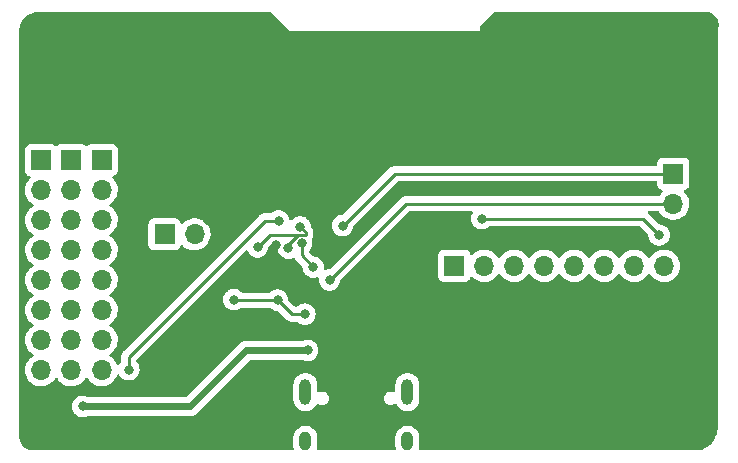
<source format=gbr>
%TF.GenerationSoftware,KiCad,Pcbnew,(6.0.4)*%
%TF.CreationDate,2022-06-24T22:40:59+02:00*%
%TF.ProjectId,ESP32_robot,45535033-325f-4726-9f62-6f742e6b6963,rev?*%
%TF.SameCoordinates,Original*%
%TF.FileFunction,Copper,L2,Bot*%
%TF.FilePolarity,Positive*%
%FSLAX46Y46*%
G04 Gerber Fmt 4.6, Leading zero omitted, Abs format (unit mm)*
G04 Created by KiCad (PCBNEW (6.0.4)) date 2022-06-24 22:40:59*
%MOMM*%
%LPD*%
G01*
G04 APERTURE LIST*
G04 Aperture macros list*
%AMRoundRect*
0 Rectangle with rounded corners*
0 $1 Rounding radius*
0 $2 $3 $4 $5 $6 $7 $8 $9 X,Y pos of 4 corners*
0 Add a 4 corners polygon primitive as box body*
4,1,4,$2,$3,$4,$5,$6,$7,$8,$9,$2,$3,0*
0 Add four circle primitives for the rounded corners*
1,1,$1+$1,$2,$3*
1,1,$1+$1,$4,$5*
1,1,$1+$1,$6,$7*
1,1,$1+$1,$8,$9*
0 Add four rect primitives between the rounded corners*
20,1,$1+$1,$2,$3,$4,$5,0*
20,1,$1+$1,$4,$5,$6,$7,0*
20,1,$1+$1,$6,$7,$8,$9,0*
20,1,$1+$1,$8,$9,$2,$3,0*%
G04 Aperture macros list end*
%TA.AperFunction,ComponentPad*%
%ADD10RoundRect,0.500000X0.000000X-0.600000X0.000000X-0.600000X0.000000X0.600000X0.000000X0.600000X0*%
%TD*%
%TA.AperFunction,ComponentPad*%
%ADD11RoundRect,0.500000X0.000000X-0.300000X0.000000X-0.300000X0.000000X0.300000X0.000000X0.300000X0*%
%TD*%
%TA.AperFunction,ComponentPad*%
%ADD12R,1.700000X1.700000*%
%TD*%
%TA.AperFunction,ComponentPad*%
%ADD13O,1.700000X1.700000*%
%TD*%
%TA.AperFunction,ViaPad*%
%ADD14C,0.800000*%
%TD*%
%TA.AperFunction,Conductor*%
%ADD15C,0.250000*%
%TD*%
%TA.AperFunction,Conductor*%
%ADD16C,0.600000*%
%TD*%
G04 APERTURE END LIST*
D10*
%TO.P,J1,S1,SHIELD*%
%TO.N,GND*%
X108688600Y-75695400D03*
D11*
X108688600Y-79875400D03*
D10*
X100048600Y-75695400D03*
D11*
X100048600Y-79875400D03*
%TD*%
D12*
%TO.P,J4,1,Pin_1*%
%TO.N,/Header_11*%
X82800000Y-56050000D03*
D13*
%TO.P,J4,2,Pin_2*%
%TO.N,/Header_12*%
X82800000Y-58590000D03*
%TO.P,J4,3,Pin_3*%
%TO.N,/Header_13*%
X82800000Y-61130000D03*
%TO.P,J4,4,Pin_4*%
%TO.N,/Header_14*%
X82800000Y-63670000D03*
%TO.P,J4,5,Pin_5*%
%TO.N,/Header_15*%
X82800000Y-66210000D03*
%TO.P,J4,6,Pin_6*%
%TO.N,/Header_16*%
X82800000Y-68750000D03*
%TO.P,J4,7,Pin_7*%
%TO.N,/Header_17*%
X82800000Y-71290000D03*
%TO.P,J4,8,Pin_8*%
%TO.N,/Header_18*%
X82800000Y-73830000D03*
%TD*%
D12*
%TO.P,J3,1,Pin_1*%
%TO.N,/Header_10*%
X131200000Y-57200000D03*
D13*
%TO.P,J3,2,Pin_2*%
%TO.N,/Header_9*%
X131200000Y-59740000D03*
%TD*%
D12*
%TO.P,J2,1,Pin_1*%
%TO.N,/Header_1*%
X112650000Y-65000000D03*
D13*
%TO.P,J2,2,Pin_2*%
%TO.N,/Header_2*%
X115190000Y-65000000D03*
%TO.P,J2,3,Pin_3*%
%TO.N,/Header_3*%
X117730000Y-65000000D03*
%TO.P,J2,4,Pin_4*%
%TO.N,/Header_4*%
X120270000Y-65000000D03*
%TO.P,J2,5,Pin_5*%
%TO.N,/Header_5*%
X122810000Y-65000000D03*
%TO.P,J2,6,Pin_6*%
%TO.N,/Header_6*%
X125350000Y-65000000D03*
%TO.P,J2,7,Pin_7*%
%TO.N,/Header_7*%
X127890000Y-65000000D03*
%TO.P,J2,8,Pin_8*%
%TO.N,/Header_8*%
X130430000Y-65000000D03*
%TD*%
D12*
%TO.P,5V1,1,Pin_1*%
%TO.N,5V*%
X80240000Y-56060000D03*
D13*
%TO.P,5V1,2,Pin_2*%
X80240000Y-58600000D03*
%TO.P,5V1,3,Pin_3*%
X80240000Y-61140000D03*
%TO.P,5V1,4,Pin_4*%
X80240000Y-63680000D03*
%TO.P,5V1,5,Pin_5*%
X80240000Y-66220000D03*
%TO.P,5V1,6,Pin_6*%
X80240000Y-68760000D03*
%TO.P,5V1,7,Pin_7*%
X80240000Y-71300000D03*
%TO.P,5V1,8,Pin_8*%
X80240000Y-73840000D03*
%TD*%
D12*
%TO.P,J5,1,Pin_1*%
%TO.N,SCL*%
X88125000Y-62340000D03*
D13*
%TO.P,J5,2,Pin_2*%
%TO.N,/SDA*%
X90665000Y-62340000D03*
%TD*%
D12*
%TO.P,G1,1,Pin_1*%
%TO.N,GND*%
X77680000Y-56060000D03*
D13*
%TO.P,G1,2,Pin_2*%
X77680000Y-58600000D03*
%TO.P,G1,3,Pin_3*%
X77680000Y-61140000D03*
%TO.P,G1,4,Pin_4*%
X77680000Y-63680000D03*
%TO.P,G1,5,Pin_5*%
X77680000Y-66220000D03*
%TO.P,G1,6,Pin_6*%
X77680000Y-68760000D03*
%TO.P,G1,7,Pin_7*%
X77680000Y-71300000D03*
%TO.P,G1,8,Pin_8*%
X77680000Y-73840000D03*
%TD*%
D14*
%TO.N,GND*%
X100000000Y-69100000D03*
X94000000Y-67870000D03*
X98600000Y-63500000D03*
X130000000Y-62400000D03*
X97700000Y-67900000D03*
X96000000Y-63400000D03*
X115000000Y-61000000D03*
X99600000Y-61700000D03*
%TO.N,5V*%
X100240000Y-72170000D03*
X81200000Y-76910000D03*
%TO.N,+3V3*%
X89350000Y-78900000D03*
X98155000Y-73500000D03*
X93500000Y-48500000D03*
X92250000Y-67700000D03*
X92950000Y-78900000D03*
X122682000Y-46812200D03*
X89863800Y-55700000D03*
X116504800Y-75389600D03*
X97600000Y-63200000D03*
X87650000Y-67700000D03*
X87790000Y-65690000D03*
%TO.N,/Header_18*%
X85100000Y-73800000D03*
X97800000Y-61200000D03*
%TO.N,/Header_9*%
X102100000Y-66200000D03*
%TO.N,/Header_10*%
X103200000Y-61600000D03*
%TO.N,/RGB_SDI*%
X100712299Y-65112299D03*
X99724500Y-63100000D03*
%TD*%
D15*
%TO.N,GND*%
X97024511Y-62375489D02*
X100075489Y-62375489D01*
X96000000Y-63400000D02*
X97024511Y-62375489D01*
X97700000Y-67900000D02*
X98900000Y-69100000D01*
X94030000Y-67900000D02*
X97700000Y-67900000D01*
X98600000Y-63199886D02*
X99424397Y-62375489D01*
X98900000Y-69100000D02*
X100000000Y-69100000D01*
X99424397Y-62375489D02*
X100075489Y-62375489D01*
X100075489Y-62175489D02*
X100075489Y-62375489D01*
X115000000Y-61000000D02*
X128600000Y-61000000D01*
X98600000Y-63500000D02*
X98600000Y-63199886D01*
X94000000Y-67870000D02*
X94030000Y-67900000D01*
X128600000Y-61000000D02*
X130000000Y-62400000D01*
X99600000Y-61700000D02*
X100075489Y-62175489D01*
D16*
%TO.N,5V*%
X90315386Y-76910000D02*
X81200000Y-76910000D01*
X100240000Y-72170000D02*
X95055386Y-72170000D01*
X95055386Y-72170000D02*
X90315386Y-76910000D01*
D15*
%TO.N,/Header_18*%
X85100000Y-72700000D02*
X85100000Y-73800000D01*
X96600000Y-61200000D02*
X85100000Y-72700000D01*
X97800000Y-61200000D02*
X96600000Y-61200000D01*
%TO.N,/Header_9*%
X108560000Y-59740000D02*
X131200000Y-59740000D01*
X102100000Y-66200000D02*
X108560000Y-59740000D01*
%TO.N,/Header_10*%
X103200000Y-61600000D02*
X107600000Y-57200000D01*
X107600000Y-57200000D02*
X131200000Y-57200000D01*
%TO.N,/RGB_SDI*%
X99724500Y-64124500D02*
X100712299Y-65112299D01*
X99724500Y-63100000D02*
X99724500Y-64124500D01*
%TD*%
%TA.AperFunction,Conductor*%
%TO.N,+3V3*%
G36*
X134052266Y-43507443D02*
G01*
X134074110Y-43509440D01*
X134171887Y-43527066D01*
X134237847Y-43538956D01*
X134259021Y-43544714D01*
X134415159Y-43602190D01*
X134435013Y-43611535D01*
X134578809Y-43695228D01*
X134596732Y-43707869D01*
X134723836Y-43815247D01*
X134739297Y-43830810D01*
X134845835Y-43958602D01*
X134858366Y-43976617D01*
X134941115Y-44120953D01*
X134950330Y-44140867D01*
X135006785Y-44297376D01*
X135012405Y-44318588D01*
X135031625Y-44429348D01*
X135040850Y-44482513D01*
X135042705Y-44504379D01*
X135042277Y-44670756D01*
X135040310Y-44692611D01*
X135016565Y-44825404D01*
X135013028Y-44840059D01*
X135012535Y-44841671D01*
X135008719Y-44849800D01*
X135007908Y-44855009D01*
X135005763Y-44859830D01*
X135004563Y-44868728D01*
X135004562Y-44868730D01*
X134996888Y-44925614D01*
X134996521Y-44928142D01*
X134991500Y-44960386D01*
X134991500Y-44964469D01*
X134990968Y-44969490D01*
X134986288Y-45004180D01*
X134987633Y-45013056D01*
X134990078Y-45029192D01*
X134991500Y-45048069D01*
X134991500Y-78515534D01*
X134990000Y-78534919D01*
X134986309Y-78558625D01*
X134987473Y-78567527D01*
X134988566Y-78575888D01*
X134989402Y-78599785D01*
X134976420Y-78815707D01*
X134974608Y-78830723D01*
X134930940Y-79070470D01*
X134927341Y-79085160D01*
X134867285Y-79279116D01*
X134855263Y-79317943D01*
X134849930Y-79332096D01*
X134750481Y-79554558D01*
X134743491Y-79567971D01*
X134618097Y-79776924D01*
X134609553Y-79789399D01*
X134460014Y-79981837D01*
X134450047Y-79993184D01*
X134278542Y-80166302D01*
X134267272Y-80176389D01*
X134076258Y-80327711D01*
X134063860Y-80336374D01*
X133856102Y-80463711D01*
X133842756Y-80470827D01*
X133840334Y-80471937D01*
X133621217Y-80572362D01*
X133607126Y-80577823D01*
X133446378Y-80629251D01*
X133435973Y-80632580D01*
X133397541Y-80638572D01*
X130228385Y-80637610D01*
X109778481Y-80631402D01*
X109710367Y-80611379D01*
X109663890Y-80557709D01*
X109653808Y-80487432D01*
X109656896Y-80473616D01*
X109657700Y-80471684D01*
X109658919Y-80465641D01*
X109695867Y-80282396D01*
X109695867Y-80282395D01*
X109696792Y-80277808D01*
X109697100Y-80271728D01*
X109697100Y-79479072D01*
X109696792Y-79472992D01*
X109672855Y-79354278D01*
X109658918Y-79285155D01*
X109658917Y-79285152D01*
X109657700Y-79279116D01*
X109581695Y-79096527D01*
X109578268Y-79091408D01*
X109578266Y-79091404D01*
X109475104Y-78937301D01*
X109475100Y-78937296D01*
X109471673Y-78932177D01*
X109331823Y-78792327D01*
X109326704Y-78788900D01*
X109326699Y-78788896D01*
X109172596Y-78685734D01*
X109172592Y-78685732D01*
X109167473Y-78682305D01*
X108984884Y-78606300D01*
X108978848Y-78605083D01*
X108978845Y-78605082D01*
X108795596Y-78568133D01*
X108795595Y-78568133D01*
X108791008Y-78567208D01*
X108784928Y-78566900D01*
X108592272Y-78566900D01*
X108586192Y-78567208D01*
X108581605Y-78568133D01*
X108581604Y-78568133D01*
X108398355Y-78605082D01*
X108398352Y-78605083D01*
X108392316Y-78606300D01*
X108209727Y-78682305D01*
X108204608Y-78685732D01*
X108204604Y-78685734D01*
X108050501Y-78788896D01*
X108050496Y-78788900D01*
X108045377Y-78792327D01*
X107905527Y-78932177D01*
X107902100Y-78937296D01*
X107902096Y-78937301D01*
X107798934Y-79091404D01*
X107798932Y-79091408D01*
X107795505Y-79096527D01*
X107719500Y-79279116D01*
X107718283Y-79285152D01*
X107718282Y-79285155D01*
X107704345Y-79354278D01*
X107680408Y-79472992D01*
X107680100Y-79479072D01*
X107680100Y-80271728D01*
X107680408Y-80277808D01*
X107681333Y-80282395D01*
X107681333Y-80282396D01*
X107718282Y-80465646D01*
X107718284Y-80465651D01*
X107718986Y-80469133D01*
X107719500Y-80471684D01*
X107719015Y-80471782D01*
X107719761Y-80538894D01*
X107682043Y-80599042D01*
X107617794Y-80629251D01*
X107598440Y-80630740D01*
X105177754Y-80630005D01*
X101139282Y-80628780D01*
X101071168Y-80608757D01*
X101024691Y-80555088D01*
X101014609Y-80484810D01*
X101017361Y-80472497D01*
X101017700Y-80471684D01*
X101056792Y-80277808D01*
X101057100Y-80271728D01*
X101057100Y-79479072D01*
X101056792Y-79472992D01*
X101032855Y-79354278D01*
X101018918Y-79285155D01*
X101018917Y-79285152D01*
X101017700Y-79279116D01*
X100941695Y-79096527D01*
X100938268Y-79091408D01*
X100938266Y-79091404D01*
X100835104Y-78937301D01*
X100835100Y-78937296D01*
X100831673Y-78932177D01*
X100691823Y-78792327D01*
X100686704Y-78788900D01*
X100686699Y-78788896D01*
X100532596Y-78685734D01*
X100532592Y-78685732D01*
X100527473Y-78682305D01*
X100344884Y-78606300D01*
X100338848Y-78605083D01*
X100338845Y-78605082D01*
X100155596Y-78568133D01*
X100155595Y-78568133D01*
X100151008Y-78567208D01*
X100144928Y-78566900D01*
X99952272Y-78566900D01*
X99946192Y-78567208D01*
X99941605Y-78568133D01*
X99941604Y-78568133D01*
X99758355Y-78605082D01*
X99758352Y-78605083D01*
X99752316Y-78606300D01*
X99569727Y-78682305D01*
X99564608Y-78685732D01*
X99564604Y-78685734D01*
X99410501Y-78788896D01*
X99410496Y-78788900D01*
X99405377Y-78792327D01*
X99265527Y-78932177D01*
X99262100Y-78937296D01*
X99262096Y-78937301D01*
X99158934Y-79091404D01*
X99158932Y-79091408D01*
X99155505Y-79096527D01*
X99079500Y-79279116D01*
X99078283Y-79285152D01*
X99078282Y-79285155D01*
X99064345Y-79354278D01*
X99040408Y-79472992D01*
X99040100Y-79479072D01*
X99040100Y-80271728D01*
X99040408Y-80277808D01*
X99041333Y-80282395D01*
X99041333Y-80282396D01*
X99079500Y-80471684D01*
X99078245Y-80471937D01*
X99078958Y-80536272D01*
X99041240Y-80596420D01*
X98976990Y-80626628D01*
X98957638Y-80628117D01*
X77181023Y-80621506D01*
X77172998Y-80621248D01*
X77155506Y-80620127D01*
X77119865Y-80617841D01*
X77107314Y-80620654D01*
X77080229Y-80623701D01*
X76976901Y-80624079D01*
X76918361Y-80624293D01*
X76896600Y-80622480D01*
X76840968Y-80612938D01*
X76714492Y-80591243D01*
X76693381Y-80585703D01*
X76553130Y-80535554D01*
X76519401Y-80523493D01*
X76499554Y-80514387D01*
X76338927Y-80423071D01*
X76320950Y-80410674D01*
X76178510Y-80293003D01*
X76162942Y-80277688D01*
X76042952Y-80137182D01*
X76030264Y-80119410D01*
X76010180Y-80085388D01*
X75936340Y-79960305D01*
X75926911Y-79940612D01*
X75861867Y-79767670D01*
X75855980Y-79746642D01*
X75821772Y-79565073D01*
X75819604Y-79543342D01*
X75817639Y-79388347D01*
X75819410Y-79371997D01*
X75819011Y-79371963D01*
X75819785Y-79363020D01*
X75821818Y-79354278D01*
X75818692Y-79298464D01*
X75818495Y-79291455D01*
X75817800Y-76910000D01*
X80286496Y-76910000D01*
X80287186Y-76916565D01*
X80304564Y-77081904D01*
X80306458Y-77099928D01*
X80365473Y-77281556D01*
X80368776Y-77287278D01*
X80368777Y-77287279D01*
X80378329Y-77303823D01*
X80460960Y-77446944D01*
X80465378Y-77451851D01*
X80465379Y-77451852D01*
X80525861Y-77519024D01*
X80588747Y-77588866D01*
X80683904Y-77658002D01*
X80717773Y-77682609D01*
X80743248Y-77701118D01*
X80749276Y-77703802D01*
X80749278Y-77703803D01*
X80911681Y-77776109D01*
X80917712Y-77778794D01*
X81011113Y-77798647D01*
X81098056Y-77817128D01*
X81098061Y-77817128D01*
X81104513Y-77818500D01*
X81295487Y-77818500D01*
X81301939Y-77817128D01*
X81301944Y-77817128D01*
X81388887Y-77798647D01*
X81482288Y-77778794D01*
X81593245Y-77729393D01*
X81644494Y-77718500D01*
X90306172Y-77718500D01*
X90307492Y-77718507D01*
X90397607Y-77719451D01*
X90439983Y-77710289D01*
X90452549Y-77708231D01*
X90495641Y-77703397D01*
X90502292Y-77701081D01*
X90502296Y-77701080D01*
X90527316Y-77692367D01*
X90542128Y-77688204D01*
X90568005Y-77682609D01*
X90574896Y-77681119D01*
X90614199Y-77662792D01*
X90625975Y-77658010D01*
X90666938Y-77643745D01*
X90672913Y-77640011D01*
X90672916Y-77640010D01*
X90695381Y-77625973D01*
X90708898Y-77618634D01*
X90732900Y-77607441D01*
X90732901Y-77607440D01*
X90739288Y-77604462D01*
X90773539Y-77577894D01*
X90783998Y-77570598D01*
X90814790Y-77551358D01*
X90814793Y-77551356D01*
X90820762Y-77547626D01*
X90849565Y-77519024D01*
X90850190Y-77518439D01*
X90850856Y-77517922D01*
X90876846Y-77491932D01*
X90949468Y-77419815D01*
X90950126Y-77418778D01*
X90951229Y-77417549D01*
X91977050Y-76391728D01*
X99040100Y-76391728D01*
X99040408Y-76397808D01*
X99041333Y-76402395D01*
X99041333Y-76402396D01*
X99064166Y-76515633D01*
X99079500Y-76591684D01*
X99155505Y-76774273D01*
X99158932Y-76779392D01*
X99158934Y-76779396D01*
X99262096Y-76933499D01*
X99262100Y-76933504D01*
X99265527Y-76938623D01*
X99405377Y-77078473D01*
X99410496Y-77081900D01*
X99410501Y-77081904D01*
X99564604Y-77185066D01*
X99564608Y-77185068D01*
X99569727Y-77188495D01*
X99752316Y-77264500D01*
X99758352Y-77265717D01*
X99758355Y-77265718D01*
X99941604Y-77302667D01*
X99946192Y-77303592D01*
X99952272Y-77303900D01*
X100144928Y-77303900D01*
X100151008Y-77303592D01*
X100155596Y-77302667D01*
X100338845Y-77265718D01*
X100338848Y-77265717D01*
X100344884Y-77264500D01*
X100527473Y-77188495D01*
X100532592Y-77185068D01*
X100532596Y-77185066D01*
X100686699Y-77081904D01*
X100686704Y-77081900D01*
X100691823Y-77078473D01*
X100831673Y-76938623D01*
X100835100Y-76933504D01*
X100835104Y-76933499D01*
X100938266Y-76779396D01*
X100938268Y-76779392D01*
X100941695Y-76774273D01*
X100944064Y-76768582D01*
X100944066Y-76768579D01*
X100950568Y-76752958D01*
X100995212Y-76697755D01*
X101062615Y-76675452D01*
X101131375Y-76693130D01*
X101143595Y-76701416D01*
X101178367Y-76728098D01*
X101318364Y-76786087D01*
X101430880Y-76800900D01*
X101506320Y-76800900D01*
X101618836Y-76786087D01*
X101758833Y-76728098D01*
X101879051Y-76635851D01*
X101971298Y-76515633D01*
X102029287Y-76375636D01*
X102049066Y-76225400D01*
X106688134Y-76225400D01*
X106707913Y-76375636D01*
X106765902Y-76515633D01*
X106858149Y-76635851D01*
X106978367Y-76728098D01*
X107118364Y-76786087D01*
X107230880Y-76800900D01*
X107306320Y-76800900D01*
X107418836Y-76786087D01*
X107558833Y-76728098D01*
X107593604Y-76701417D01*
X107659824Y-76675816D01*
X107729373Y-76690080D01*
X107780169Y-76739681D01*
X107786632Y-76752958D01*
X107793134Y-76768579D01*
X107793136Y-76768582D01*
X107795505Y-76774273D01*
X107798932Y-76779392D01*
X107798934Y-76779396D01*
X107902096Y-76933499D01*
X107902100Y-76933504D01*
X107905527Y-76938623D01*
X108045377Y-77078473D01*
X108050496Y-77081900D01*
X108050501Y-77081904D01*
X108204604Y-77185066D01*
X108204608Y-77185068D01*
X108209727Y-77188495D01*
X108392316Y-77264500D01*
X108398352Y-77265717D01*
X108398355Y-77265718D01*
X108581604Y-77302667D01*
X108586192Y-77303592D01*
X108592272Y-77303900D01*
X108784928Y-77303900D01*
X108791008Y-77303592D01*
X108795596Y-77302667D01*
X108978845Y-77265718D01*
X108978848Y-77265717D01*
X108984884Y-77264500D01*
X109167473Y-77188495D01*
X109172592Y-77185068D01*
X109172596Y-77185066D01*
X109326699Y-77081904D01*
X109326704Y-77081900D01*
X109331823Y-77078473D01*
X109471673Y-76938623D01*
X109475100Y-76933504D01*
X109475104Y-76933499D01*
X109578266Y-76779396D01*
X109578268Y-76779392D01*
X109581695Y-76774273D01*
X109657700Y-76591684D01*
X109673035Y-76515633D01*
X109695867Y-76402396D01*
X109695867Y-76402395D01*
X109696792Y-76397808D01*
X109697100Y-76391728D01*
X109697100Y-74999072D01*
X109696792Y-74992992D01*
X109674850Y-74884171D01*
X109658918Y-74805155D01*
X109658917Y-74805152D01*
X109657700Y-74799116D01*
X109581695Y-74616527D01*
X109578268Y-74611408D01*
X109578266Y-74611404D01*
X109475104Y-74457301D01*
X109475100Y-74457296D01*
X109471673Y-74452177D01*
X109331823Y-74312327D01*
X109326704Y-74308900D01*
X109326699Y-74308896D01*
X109172596Y-74205734D01*
X109172592Y-74205732D01*
X109167473Y-74202305D01*
X108984884Y-74126300D01*
X108978848Y-74125083D01*
X108978845Y-74125082D01*
X108795596Y-74088133D01*
X108795595Y-74088133D01*
X108791008Y-74087208D01*
X108784928Y-74086900D01*
X108592272Y-74086900D01*
X108586192Y-74087208D01*
X108581605Y-74088133D01*
X108581604Y-74088133D01*
X108398355Y-74125082D01*
X108398352Y-74125083D01*
X108392316Y-74126300D01*
X108209727Y-74202305D01*
X108204608Y-74205732D01*
X108204604Y-74205734D01*
X108050501Y-74308896D01*
X108050496Y-74308900D01*
X108045377Y-74312327D01*
X107905527Y-74452177D01*
X107902100Y-74457296D01*
X107902096Y-74457301D01*
X107798934Y-74611404D01*
X107798932Y-74611408D01*
X107795505Y-74616527D01*
X107719500Y-74799116D01*
X107718283Y-74805152D01*
X107718282Y-74805155D01*
X107702350Y-74884171D01*
X107680408Y-74992992D01*
X107680100Y-74999072D01*
X107680100Y-75584360D01*
X107660098Y-75652481D01*
X107606442Y-75698974D01*
X107536168Y-75709078D01*
X107505885Y-75700770D01*
X107418836Y-75664713D01*
X107306320Y-75649900D01*
X107230880Y-75649900D01*
X107118364Y-75664713D01*
X106978367Y-75722702D01*
X106858149Y-75814949D01*
X106765902Y-75935167D01*
X106707913Y-76075164D01*
X106688134Y-76225400D01*
X102049066Y-76225400D01*
X102029287Y-76075164D01*
X101971298Y-75935167D01*
X101879051Y-75814949D01*
X101758833Y-75722702D01*
X101618836Y-75664713D01*
X101506320Y-75649900D01*
X101430880Y-75649900D01*
X101318364Y-75664713D01*
X101231317Y-75700769D01*
X101160729Y-75708358D01*
X101097242Y-75676579D01*
X101061014Y-75615521D01*
X101057100Y-75584360D01*
X101057100Y-74999072D01*
X101056792Y-74992992D01*
X101034850Y-74884171D01*
X101018918Y-74805155D01*
X101018917Y-74805152D01*
X101017700Y-74799116D01*
X100941695Y-74616527D01*
X100938268Y-74611408D01*
X100938266Y-74611404D01*
X100835104Y-74457301D01*
X100835100Y-74457296D01*
X100831673Y-74452177D01*
X100691823Y-74312327D01*
X100686704Y-74308900D01*
X100686699Y-74308896D01*
X100532596Y-74205734D01*
X100532592Y-74205732D01*
X100527473Y-74202305D01*
X100344884Y-74126300D01*
X100338848Y-74125083D01*
X100338845Y-74125082D01*
X100155596Y-74088133D01*
X100155595Y-74088133D01*
X100151008Y-74087208D01*
X100144928Y-74086900D01*
X99952272Y-74086900D01*
X99946192Y-74087208D01*
X99941605Y-74088133D01*
X99941604Y-74088133D01*
X99758355Y-74125082D01*
X99758352Y-74125083D01*
X99752316Y-74126300D01*
X99569727Y-74202305D01*
X99564608Y-74205732D01*
X99564604Y-74205734D01*
X99410501Y-74308896D01*
X99410496Y-74308900D01*
X99405377Y-74312327D01*
X99265527Y-74452177D01*
X99262100Y-74457296D01*
X99262096Y-74457301D01*
X99158934Y-74611404D01*
X99158932Y-74611408D01*
X99155505Y-74616527D01*
X99079500Y-74799116D01*
X99078283Y-74805152D01*
X99078282Y-74805155D01*
X99062350Y-74884171D01*
X99040408Y-74992992D01*
X99040100Y-74999072D01*
X99040100Y-76391728D01*
X91977050Y-76391728D01*
X95353373Y-73015405D01*
X95415685Y-72981379D01*
X95442468Y-72978500D01*
X99795506Y-72978500D01*
X99846755Y-72989393D01*
X99903358Y-73014594D01*
X99957712Y-73038794D01*
X100051112Y-73058647D01*
X100138056Y-73077128D01*
X100138061Y-73077128D01*
X100144513Y-73078500D01*
X100335487Y-73078500D01*
X100341939Y-73077128D01*
X100341944Y-73077128D01*
X100428888Y-73058647D01*
X100522288Y-73038794D01*
X100574821Y-73015405D01*
X100690722Y-72963803D01*
X100690724Y-72963802D01*
X100696752Y-72961118D01*
X100851253Y-72848866D01*
X100979040Y-72706944D01*
X101074527Y-72541556D01*
X101133542Y-72359928D01*
X101136517Y-72331628D01*
X101152814Y-72176565D01*
X101153504Y-72170000D01*
X101133542Y-71980072D01*
X101074527Y-71798444D01*
X101070698Y-71791811D01*
X100996014Y-71662456D01*
X100979040Y-71633056D01*
X100924911Y-71572939D01*
X100855675Y-71496045D01*
X100855674Y-71496044D01*
X100851253Y-71491134D01*
X100752157Y-71419136D01*
X100702094Y-71382763D01*
X100702093Y-71382762D01*
X100696752Y-71378882D01*
X100690724Y-71376198D01*
X100690722Y-71376197D01*
X100528319Y-71303891D01*
X100528318Y-71303891D01*
X100522288Y-71301206D01*
X100428887Y-71281353D01*
X100341944Y-71262872D01*
X100341939Y-71262872D01*
X100335487Y-71261500D01*
X100144513Y-71261500D01*
X100138061Y-71262872D01*
X100138056Y-71262872D01*
X100051113Y-71281353D01*
X99957712Y-71301206D01*
X99951682Y-71303891D01*
X99951681Y-71303891D01*
X99846755Y-71350607D01*
X99795506Y-71361500D01*
X95064551Y-71361500D01*
X95063232Y-71361493D01*
X94973165Y-71360550D01*
X94966279Y-71362039D01*
X94966277Y-71362039D01*
X94947699Y-71366056D01*
X94930800Y-71369710D01*
X94918221Y-71371770D01*
X94882127Y-71375818D01*
X94882124Y-71375819D01*
X94875131Y-71376603D01*
X94857442Y-71382763D01*
X94843454Y-71387634D01*
X94828644Y-71391796D01*
X94802764Y-71397391D01*
X94802760Y-71397392D01*
X94795875Y-71398881D01*
X94789491Y-71401858D01*
X94789485Y-71401860D01*
X94756579Y-71417204D01*
X94744770Y-71421999D01*
X94703834Y-71436255D01*
X94697862Y-71439987D01*
X94697855Y-71439990D01*
X94675391Y-71454027D01*
X94661874Y-71461366D01*
X94637867Y-71472561D01*
X94637863Y-71472563D01*
X94631484Y-71475538D01*
X94619870Y-71484547D01*
X94597230Y-71502108D01*
X94586781Y-71509397D01*
X94550010Y-71532374D01*
X94545011Y-71537339D01*
X94545009Y-71537340D01*
X94521201Y-71560983D01*
X94520578Y-71561566D01*
X94519916Y-71562079D01*
X94494069Y-71587926D01*
X94421304Y-71660185D01*
X94420645Y-71661223D01*
X94419539Y-71662456D01*
X90017399Y-76064595D01*
X89955087Y-76098621D01*
X89928304Y-76101500D01*
X81644494Y-76101500D01*
X81593245Y-76090607D01*
X81488319Y-76043891D01*
X81488318Y-76043891D01*
X81482288Y-76041206D01*
X81388888Y-76021353D01*
X81301944Y-76002872D01*
X81301939Y-76002872D01*
X81295487Y-76001500D01*
X81104513Y-76001500D01*
X81098061Y-76002872D01*
X81098056Y-76002872D01*
X81011112Y-76021353D01*
X80917712Y-76041206D01*
X80911682Y-76043891D01*
X80911681Y-76043891D01*
X80749278Y-76116197D01*
X80749276Y-76116198D01*
X80743248Y-76118882D01*
X80588747Y-76231134D01*
X80460960Y-76373056D01*
X80444021Y-76402396D01*
X80374860Y-76522186D01*
X80365473Y-76538444D01*
X80306458Y-76720072D01*
X80305768Y-76726633D01*
X80305768Y-76726635D01*
X80299406Y-76787165D01*
X80286496Y-76910000D01*
X75817800Y-76910000D01*
X75816894Y-73806695D01*
X76317251Y-73806695D01*
X76317548Y-73811848D01*
X76317548Y-73811851D01*
X76327816Y-73989928D01*
X76330110Y-74029715D01*
X76331247Y-74034761D01*
X76331248Y-74034767D01*
X76343067Y-74087208D01*
X76379222Y-74247639D01*
X76463266Y-74454616D01*
X76486378Y-74492332D01*
X76571163Y-74630688D01*
X76579987Y-74645088D01*
X76726250Y-74813938D01*
X76898126Y-74956632D01*
X77091000Y-75069338D01*
X77299692Y-75149030D01*
X77304760Y-75150061D01*
X77304763Y-75150062D01*
X77370165Y-75163368D01*
X77518597Y-75193567D01*
X77523772Y-75193757D01*
X77523774Y-75193757D01*
X77736673Y-75201564D01*
X77736677Y-75201564D01*
X77741837Y-75201753D01*
X77746957Y-75201097D01*
X77746959Y-75201097D01*
X77958288Y-75174025D01*
X77958289Y-75174025D01*
X77963416Y-75173368D01*
X77994558Y-75164025D01*
X78172429Y-75110661D01*
X78172434Y-75110659D01*
X78177384Y-75109174D01*
X78377994Y-75010896D01*
X78559860Y-74881173D01*
X78718096Y-74723489D01*
X78722661Y-74717137D01*
X78845435Y-74546277D01*
X78848453Y-74542077D01*
X78850746Y-74537438D01*
X78853405Y-74533012D01*
X78855127Y-74534047D01*
X78897400Y-74488171D01*
X78966100Y-74470259D01*
X79033578Y-74492332D01*
X79069685Y-74530365D01*
X79071941Y-74534047D01*
X79131163Y-74630688D01*
X79139987Y-74645088D01*
X79286250Y-74813938D01*
X79458126Y-74956632D01*
X79651000Y-75069338D01*
X79859692Y-75149030D01*
X79864760Y-75150061D01*
X79864763Y-75150062D01*
X79930165Y-75163368D01*
X80078597Y-75193567D01*
X80083772Y-75193757D01*
X80083774Y-75193757D01*
X80296673Y-75201564D01*
X80296677Y-75201564D01*
X80301837Y-75201753D01*
X80306957Y-75201097D01*
X80306959Y-75201097D01*
X80518288Y-75174025D01*
X80518289Y-75174025D01*
X80523416Y-75173368D01*
X80554558Y-75164025D01*
X80732429Y-75110661D01*
X80732434Y-75110659D01*
X80737384Y-75109174D01*
X80937994Y-75010896D01*
X81119860Y-74881173D01*
X81278096Y-74723489D01*
X81282661Y-74717137D01*
X81405435Y-74546277D01*
X81408453Y-74542077D01*
X81412032Y-74534835D01*
X81412830Y-74533969D01*
X81413405Y-74533012D01*
X81413603Y-74533131D01*
X81460148Y-74482629D01*
X81528850Y-74464724D01*
X81596325Y-74486805D01*
X81632421Y-74524830D01*
X81699987Y-74635088D01*
X81846250Y-74803938D01*
X82018126Y-74946632D01*
X82211000Y-75059338D01*
X82215825Y-75061180D01*
X82215826Y-75061181D01*
X82288612Y-75088975D01*
X82419692Y-75139030D01*
X82424760Y-75140061D01*
X82424763Y-75140062D01*
X82532017Y-75161883D01*
X82638597Y-75183567D01*
X82643772Y-75183757D01*
X82643774Y-75183757D01*
X82856673Y-75191564D01*
X82856677Y-75191564D01*
X82861837Y-75191753D01*
X82866957Y-75191097D01*
X82866959Y-75191097D01*
X83078288Y-75164025D01*
X83078289Y-75164025D01*
X83083416Y-75163368D01*
X83131207Y-75149030D01*
X83292429Y-75100661D01*
X83292434Y-75100659D01*
X83297384Y-75099174D01*
X83497994Y-75000896D01*
X83679860Y-74871173D01*
X83838096Y-74713489D01*
X83870213Y-74668794D01*
X83965435Y-74536277D01*
X83968453Y-74532077D01*
X83992833Y-74482749D01*
X84065136Y-74336453D01*
X84065137Y-74336451D01*
X84067430Y-74331811D01*
X84083175Y-74279989D01*
X84122116Y-74220625D01*
X84186970Y-74191738D01*
X84257146Y-74202500D01*
X84312851Y-74253617D01*
X84360960Y-74336944D01*
X84365378Y-74341851D01*
X84365379Y-74341852D01*
X84480997Y-74470259D01*
X84488747Y-74478866D01*
X84643248Y-74591118D01*
X84649276Y-74593802D01*
X84649278Y-74593803D01*
X84764467Y-74645088D01*
X84817712Y-74668794D01*
X84911112Y-74688647D01*
X84998056Y-74707128D01*
X84998061Y-74707128D01*
X85004513Y-74708500D01*
X85195487Y-74708500D01*
X85201939Y-74707128D01*
X85201944Y-74707128D01*
X85288888Y-74688647D01*
X85382288Y-74668794D01*
X85435533Y-74645088D01*
X85550722Y-74593803D01*
X85550724Y-74593802D01*
X85556752Y-74591118D01*
X85711253Y-74478866D01*
X85719003Y-74470259D01*
X85834621Y-74341852D01*
X85834622Y-74341851D01*
X85839040Y-74336944D01*
X85914794Y-74205734D01*
X85931223Y-74177279D01*
X85931224Y-74177278D01*
X85934527Y-74171556D01*
X85993542Y-73989928D01*
X86013504Y-73800000D01*
X85993542Y-73610072D01*
X85934527Y-73428444D01*
X85839040Y-73263056D01*
X85765863Y-73181785D01*
X85735147Y-73117779D01*
X85733500Y-73097476D01*
X85733500Y-73014594D01*
X85753502Y-72946473D01*
X85770405Y-72925499D01*
X90825905Y-67870000D01*
X93086496Y-67870000D01*
X93106458Y-68059928D01*
X93165473Y-68241556D01*
X93260960Y-68406944D01*
X93265378Y-68411851D01*
X93265379Y-68411852D01*
X93314584Y-68466500D01*
X93388747Y-68548866D01*
X93543248Y-68661118D01*
X93549276Y-68663802D01*
X93549278Y-68663803D01*
X93711681Y-68736109D01*
X93717712Y-68738794D01*
X93786263Y-68753365D01*
X93898056Y-68777128D01*
X93898061Y-68777128D01*
X93904513Y-68778500D01*
X94095487Y-68778500D01*
X94101939Y-68777128D01*
X94101944Y-68777128D01*
X94213737Y-68753365D01*
X94282288Y-68738794D01*
X94288319Y-68736109D01*
X94450722Y-68663803D01*
X94450724Y-68663802D01*
X94456752Y-68661118D01*
X94599282Y-68557564D01*
X94666148Y-68533706D01*
X94673342Y-68533500D01*
X96991800Y-68533500D01*
X97059921Y-68553502D01*
X97079147Y-68569843D01*
X97079420Y-68569540D01*
X97084332Y-68573963D01*
X97088747Y-68578866D01*
X97243248Y-68691118D01*
X97249276Y-68693802D01*
X97249278Y-68693803D01*
X97411681Y-68766109D01*
X97417712Y-68768794D01*
X97511112Y-68788647D01*
X97598056Y-68807128D01*
X97598061Y-68807128D01*
X97604513Y-68808500D01*
X97660406Y-68808500D01*
X97728527Y-68828502D01*
X97749501Y-68845405D01*
X98396343Y-69492247D01*
X98403887Y-69500537D01*
X98408000Y-69507018D01*
X98413777Y-69512443D01*
X98457667Y-69553658D01*
X98460509Y-69556413D01*
X98480230Y-69576134D01*
X98483425Y-69578612D01*
X98492447Y-69586318D01*
X98524679Y-69616586D01*
X98531628Y-69620406D01*
X98542432Y-69626346D01*
X98558956Y-69637199D01*
X98574959Y-69649613D01*
X98615543Y-69667176D01*
X98626173Y-69672383D01*
X98664940Y-69693695D01*
X98672617Y-69695666D01*
X98672622Y-69695668D01*
X98684558Y-69698732D01*
X98703266Y-69705137D01*
X98721855Y-69713181D01*
X98729683Y-69714421D01*
X98729690Y-69714423D01*
X98765524Y-69720099D01*
X98777144Y-69722505D01*
X98812289Y-69731528D01*
X98819970Y-69733500D01*
X98840224Y-69733500D01*
X98859934Y-69735051D01*
X98879943Y-69738220D01*
X98887835Y-69737474D01*
X98923961Y-69734059D01*
X98935819Y-69733500D01*
X99291800Y-69733500D01*
X99359921Y-69753502D01*
X99379147Y-69769843D01*
X99379420Y-69769540D01*
X99384332Y-69773963D01*
X99388747Y-69778866D01*
X99543248Y-69891118D01*
X99549276Y-69893802D01*
X99549278Y-69893803D01*
X99687889Y-69955516D01*
X99717712Y-69968794D01*
X99811112Y-69988647D01*
X99898056Y-70007128D01*
X99898061Y-70007128D01*
X99904513Y-70008500D01*
X100095487Y-70008500D01*
X100101939Y-70007128D01*
X100101944Y-70007128D01*
X100188888Y-69988647D01*
X100282288Y-69968794D01*
X100312111Y-69955516D01*
X100450722Y-69893803D01*
X100450724Y-69893802D01*
X100456752Y-69891118D01*
X100611253Y-69778866D01*
X100647851Y-69738220D01*
X100734621Y-69641852D01*
X100734622Y-69641851D01*
X100739040Y-69636944D01*
X100814053Y-69507018D01*
X100831223Y-69477279D01*
X100831224Y-69477278D01*
X100834527Y-69471556D01*
X100893542Y-69289928D01*
X100900944Y-69219507D01*
X100912814Y-69106565D01*
X100913504Y-69100000D01*
X100897709Y-68949715D01*
X100894232Y-68916635D01*
X100894232Y-68916633D01*
X100893542Y-68910072D01*
X100834527Y-68728444D01*
X100739040Y-68563056D01*
X100721842Y-68543955D01*
X100615675Y-68426045D01*
X100615674Y-68426044D01*
X100611253Y-68421134D01*
X100456752Y-68308882D01*
X100450724Y-68306198D01*
X100450722Y-68306197D01*
X100288319Y-68233891D01*
X100288318Y-68233891D01*
X100282288Y-68231206D01*
X100188887Y-68211353D01*
X100101944Y-68192872D01*
X100101939Y-68192872D01*
X100095487Y-68191500D01*
X99904513Y-68191500D01*
X99898061Y-68192872D01*
X99898056Y-68192872D01*
X99811113Y-68211353D01*
X99717712Y-68231206D01*
X99711682Y-68233891D01*
X99711681Y-68233891D01*
X99549278Y-68306197D01*
X99549276Y-68306198D01*
X99543248Y-68308882D01*
X99388747Y-68421134D01*
X99384332Y-68426037D01*
X99379420Y-68430460D01*
X99378295Y-68429211D01*
X99324986Y-68462051D01*
X99291800Y-68466500D01*
X99214595Y-68466500D01*
X99146474Y-68446498D01*
X99125500Y-68429595D01*
X98647122Y-67951217D01*
X98613096Y-67888905D01*
X98610907Y-67875292D01*
X98594232Y-67716635D01*
X98594232Y-67716633D01*
X98593542Y-67710072D01*
X98534527Y-67528444D01*
X98517207Y-67498444D01*
X98488855Y-67449338D01*
X98439040Y-67363056D01*
X98417177Y-67338774D01*
X98315675Y-67226045D01*
X98315674Y-67226044D01*
X98311253Y-67221134D01*
X98156752Y-67108882D01*
X98150724Y-67106198D01*
X98150722Y-67106197D01*
X97988319Y-67033891D01*
X97988318Y-67033891D01*
X97982288Y-67031206D01*
X97885759Y-67010688D01*
X97801944Y-66992872D01*
X97801939Y-66992872D01*
X97795487Y-66991500D01*
X97604513Y-66991500D01*
X97598061Y-66992872D01*
X97598056Y-66992872D01*
X97514241Y-67010688D01*
X97417712Y-67031206D01*
X97411682Y-67033891D01*
X97411681Y-67033891D01*
X97249278Y-67106197D01*
X97249276Y-67106198D01*
X97243248Y-67108882D01*
X97088747Y-67221134D01*
X97084332Y-67226037D01*
X97079420Y-67230460D01*
X97078295Y-67229211D01*
X97024986Y-67262051D01*
X96991800Y-67266500D01*
X94735212Y-67266500D01*
X94667091Y-67246498D01*
X94641576Y-67224811D01*
X94615668Y-67196037D01*
X94615666Y-67196036D01*
X94611253Y-67191134D01*
X94494348Y-67106197D01*
X94462094Y-67082763D01*
X94462093Y-67082762D01*
X94456752Y-67078882D01*
X94450724Y-67076198D01*
X94450722Y-67076197D01*
X94288319Y-67003891D01*
X94288318Y-67003891D01*
X94282288Y-67001206D01*
X94188888Y-66981353D01*
X94101944Y-66962872D01*
X94101939Y-66962872D01*
X94095487Y-66961500D01*
X93904513Y-66961500D01*
X93898061Y-66962872D01*
X93898056Y-66962872D01*
X93811112Y-66981353D01*
X93717712Y-67001206D01*
X93711682Y-67003891D01*
X93711681Y-67003891D01*
X93549278Y-67076197D01*
X93549276Y-67076198D01*
X93543248Y-67078882D01*
X93537907Y-67082762D01*
X93537906Y-67082763D01*
X93505652Y-67106197D01*
X93388747Y-67191134D01*
X93384326Y-67196044D01*
X93384325Y-67196045D01*
X93365228Y-67217255D01*
X93260960Y-67333056D01*
X93233340Y-67380896D01*
X93169311Y-67491797D01*
X93165473Y-67498444D01*
X93106458Y-67680072D01*
X93086496Y-67870000D01*
X90825905Y-67870000D01*
X94962079Y-63733826D01*
X95024391Y-63699800D01*
X95095206Y-63704865D01*
X95152042Y-63747412D01*
X95164556Y-63768733D01*
X95165473Y-63771556D01*
X95260960Y-63936944D01*
X95265378Y-63941851D01*
X95265379Y-63941852D01*
X95337763Y-64022243D01*
X95388747Y-64078866D01*
X95420404Y-64101866D01*
X95533172Y-64183797D01*
X95543248Y-64191118D01*
X95549276Y-64193802D01*
X95549278Y-64193803D01*
X95666942Y-64246190D01*
X95717712Y-64268794D01*
X95804479Y-64287237D01*
X95898056Y-64307128D01*
X95898061Y-64307128D01*
X95904513Y-64308500D01*
X96095487Y-64308500D01*
X96101939Y-64307128D01*
X96101944Y-64307128D01*
X96195521Y-64287237D01*
X96282288Y-64268794D01*
X96333058Y-64246190D01*
X96450722Y-64193803D01*
X96450724Y-64193802D01*
X96456752Y-64191118D01*
X96466829Y-64183797D01*
X96579596Y-64101866D01*
X96611253Y-64078866D01*
X96662237Y-64022243D01*
X96734621Y-63941852D01*
X96734622Y-63941851D01*
X96739040Y-63936944D01*
X96834527Y-63771556D01*
X96893542Y-63589928D01*
X96895513Y-63571181D01*
X96909646Y-63436705D01*
X96910907Y-63424706D01*
X96937920Y-63359050D01*
X96947122Y-63348782D01*
X97250010Y-63045894D01*
X97312322Y-63011868D01*
X97339105Y-63008989D01*
X97630862Y-63008989D01*
X97698983Y-63028991D01*
X97745476Y-63082647D01*
X97755580Y-63152921D01*
X97750695Y-63173925D01*
X97725392Y-63251800D01*
X97706458Y-63310072D01*
X97705768Y-63316633D01*
X97705768Y-63316635D01*
X97691486Y-63452522D01*
X97686496Y-63500000D01*
X97687186Y-63506565D01*
X97705537Y-63681161D01*
X97706458Y-63689928D01*
X97765473Y-63871556D01*
X97768776Y-63877278D01*
X97768777Y-63877279D01*
X97788652Y-63911703D01*
X97860960Y-64036944D01*
X97865378Y-64041851D01*
X97865379Y-64041852D01*
X97948158Y-64133787D01*
X97988747Y-64178866D01*
X98143248Y-64291118D01*
X98149276Y-64293802D01*
X98149278Y-64293803D01*
X98311681Y-64366109D01*
X98317712Y-64368794D01*
X98399963Y-64386277D01*
X98498056Y-64407128D01*
X98498061Y-64407128D01*
X98504513Y-64408500D01*
X98695487Y-64408500D01*
X98701939Y-64407128D01*
X98701944Y-64407128D01*
X98800037Y-64386277D01*
X98882288Y-64368794D01*
X98891192Y-64364830D01*
X98978311Y-64326042D01*
X99048678Y-64316608D01*
X99112975Y-64346715D01*
X99136569Y-64379223D01*
X99138481Y-64378092D01*
X99148793Y-64395528D01*
X99157488Y-64413276D01*
X99164948Y-64432117D01*
X99169610Y-64438533D01*
X99169610Y-64438534D01*
X99190936Y-64467887D01*
X99197452Y-64477807D01*
X99219958Y-64515862D01*
X99234279Y-64530183D01*
X99247119Y-64545216D01*
X99259028Y-64561607D01*
X99282558Y-64581073D01*
X99293105Y-64589798D01*
X99301884Y-64597788D01*
X99765177Y-65061081D01*
X99799203Y-65123393D01*
X99801392Y-65137006D01*
X99817790Y-65293023D01*
X99818757Y-65302227D01*
X99877772Y-65483855D01*
X99973259Y-65649243D01*
X99977677Y-65654150D01*
X99977678Y-65654151D01*
X100025258Y-65706994D01*
X100101046Y-65791165D01*
X100125580Y-65808990D01*
X100248276Y-65898134D01*
X100255547Y-65903417D01*
X100261575Y-65906101D01*
X100261577Y-65906102D01*
X100421357Y-65977240D01*
X100430011Y-65981093D01*
X100523411Y-66000946D01*
X100610355Y-66019427D01*
X100610360Y-66019427D01*
X100616812Y-66020799D01*
X100807786Y-66020799D01*
X100814238Y-66019427D01*
X100814243Y-66019427D01*
X100901187Y-66000946D01*
X100994587Y-65981093D01*
X101000614Y-65978410D01*
X101000622Y-65978407D01*
X101020685Y-65969474D01*
X101091052Y-65960040D01*
X101155349Y-65990147D01*
X101193162Y-66050236D01*
X101197243Y-66097750D01*
X101186496Y-66200000D01*
X101187186Y-66206565D01*
X101202535Y-66352598D01*
X101206458Y-66389928D01*
X101265473Y-66571556D01*
X101360960Y-66736944D01*
X101365378Y-66741851D01*
X101365379Y-66741852D01*
X101458005Y-66844724D01*
X101488747Y-66878866D01*
X101643248Y-66991118D01*
X101649276Y-66993802D01*
X101649278Y-66993803D01*
X101739318Y-67033891D01*
X101817712Y-67068794D01*
X101883431Y-67082763D01*
X101998056Y-67107128D01*
X101998061Y-67107128D01*
X102004513Y-67108500D01*
X102195487Y-67108500D01*
X102201939Y-67107128D01*
X102201944Y-67107128D01*
X102316569Y-67082763D01*
X102382288Y-67068794D01*
X102460682Y-67033891D01*
X102550722Y-66993803D01*
X102550724Y-66993802D01*
X102556752Y-66991118D01*
X102711253Y-66878866D01*
X102741995Y-66844724D01*
X102834621Y-66741852D01*
X102834622Y-66741851D01*
X102839040Y-66736944D01*
X102934527Y-66571556D01*
X102993542Y-66389928D01*
X102997466Y-66352598D01*
X103010907Y-66224707D01*
X103037920Y-66159050D01*
X103047122Y-66148782D01*
X103297770Y-65898134D01*
X111291500Y-65898134D01*
X111298255Y-65960316D01*
X111349385Y-66096705D01*
X111436739Y-66213261D01*
X111553295Y-66300615D01*
X111689684Y-66351745D01*
X111751866Y-66358500D01*
X113548134Y-66358500D01*
X113610316Y-66351745D01*
X113746705Y-66300615D01*
X113863261Y-66213261D01*
X113950615Y-66096705D01*
X113955346Y-66084086D01*
X113994598Y-65979382D01*
X114037240Y-65922618D01*
X114103802Y-65897918D01*
X114173150Y-65913126D01*
X114207817Y-65941114D01*
X114236250Y-65973938D01*
X114408126Y-66116632D01*
X114601000Y-66229338D01*
X114809692Y-66309030D01*
X114814760Y-66310061D01*
X114814763Y-66310062D01*
X114922017Y-66331883D01*
X115028597Y-66353567D01*
X115033772Y-66353757D01*
X115033774Y-66353757D01*
X115246673Y-66361564D01*
X115246677Y-66361564D01*
X115251837Y-66361753D01*
X115256957Y-66361097D01*
X115256959Y-66361097D01*
X115468288Y-66334025D01*
X115468289Y-66334025D01*
X115473416Y-66333368D01*
X115478366Y-66331883D01*
X115682429Y-66270661D01*
X115682434Y-66270659D01*
X115687384Y-66269174D01*
X115887994Y-66170896D01*
X116069860Y-66041173D01*
X116090306Y-66020799D01*
X116213616Y-65897918D01*
X116228096Y-65883489D01*
X116263024Y-65834882D01*
X116358453Y-65702077D01*
X116359776Y-65703028D01*
X116406645Y-65659857D01*
X116476580Y-65647625D01*
X116542026Y-65675144D01*
X116569875Y-65706994D01*
X116629987Y-65805088D01*
X116776250Y-65973938D01*
X116948126Y-66116632D01*
X117141000Y-66229338D01*
X117349692Y-66309030D01*
X117354760Y-66310061D01*
X117354763Y-66310062D01*
X117462017Y-66331883D01*
X117568597Y-66353567D01*
X117573772Y-66353757D01*
X117573774Y-66353757D01*
X117786673Y-66361564D01*
X117786677Y-66361564D01*
X117791837Y-66361753D01*
X117796957Y-66361097D01*
X117796959Y-66361097D01*
X118008288Y-66334025D01*
X118008289Y-66334025D01*
X118013416Y-66333368D01*
X118018366Y-66331883D01*
X118222429Y-66270661D01*
X118222434Y-66270659D01*
X118227384Y-66269174D01*
X118427994Y-66170896D01*
X118609860Y-66041173D01*
X118630306Y-66020799D01*
X118753616Y-65897918D01*
X118768096Y-65883489D01*
X118803024Y-65834882D01*
X118898453Y-65702077D01*
X118899776Y-65703028D01*
X118946645Y-65659857D01*
X119016580Y-65647625D01*
X119082026Y-65675144D01*
X119109875Y-65706994D01*
X119169987Y-65805088D01*
X119316250Y-65973938D01*
X119488126Y-66116632D01*
X119681000Y-66229338D01*
X119889692Y-66309030D01*
X119894760Y-66310061D01*
X119894763Y-66310062D01*
X120002017Y-66331883D01*
X120108597Y-66353567D01*
X120113772Y-66353757D01*
X120113774Y-66353757D01*
X120326673Y-66361564D01*
X120326677Y-66361564D01*
X120331837Y-66361753D01*
X120336957Y-66361097D01*
X120336959Y-66361097D01*
X120548288Y-66334025D01*
X120548289Y-66334025D01*
X120553416Y-66333368D01*
X120558366Y-66331883D01*
X120762429Y-66270661D01*
X120762434Y-66270659D01*
X120767384Y-66269174D01*
X120967994Y-66170896D01*
X121149860Y-66041173D01*
X121170306Y-66020799D01*
X121293616Y-65897918D01*
X121308096Y-65883489D01*
X121343024Y-65834882D01*
X121438453Y-65702077D01*
X121439776Y-65703028D01*
X121486645Y-65659857D01*
X121556580Y-65647625D01*
X121622026Y-65675144D01*
X121649875Y-65706994D01*
X121709987Y-65805088D01*
X121856250Y-65973938D01*
X122028126Y-66116632D01*
X122221000Y-66229338D01*
X122429692Y-66309030D01*
X122434760Y-66310061D01*
X122434763Y-66310062D01*
X122542017Y-66331883D01*
X122648597Y-66353567D01*
X122653772Y-66353757D01*
X122653774Y-66353757D01*
X122866673Y-66361564D01*
X122866677Y-66361564D01*
X122871837Y-66361753D01*
X122876957Y-66361097D01*
X122876959Y-66361097D01*
X123088288Y-66334025D01*
X123088289Y-66334025D01*
X123093416Y-66333368D01*
X123098366Y-66331883D01*
X123302429Y-66270661D01*
X123302434Y-66270659D01*
X123307384Y-66269174D01*
X123507994Y-66170896D01*
X123689860Y-66041173D01*
X123710306Y-66020799D01*
X123833616Y-65897918D01*
X123848096Y-65883489D01*
X123883024Y-65834882D01*
X123978453Y-65702077D01*
X123979776Y-65703028D01*
X124026645Y-65659857D01*
X124096580Y-65647625D01*
X124162026Y-65675144D01*
X124189875Y-65706994D01*
X124249987Y-65805088D01*
X124396250Y-65973938D01*
X124568126Y-66116632D01*
X124761000Y-66229338D01*
X124969692Y-66309030D01*
X124974760Y-66310061D01*
X124974763Y-66310062D01*
X125082017Y-66331883D01*
X125188597Y-66353567D01*
X125193772Y-66353757D01*
X125193774Y-66353757D01*
X125406673Y-66361564D01*
X125406677Y-66361564D01*
X125411837Y-66361753D01*
X125416957Y-66361097D01*
X125416959Y-66361097D01*
X125628288Y-66334025D01*
X125628289Y-66334025D01*
X125633416Y-66333368D01*
X125638366Y-66331883D01*
X125842429Y-66270661D01*
X125842434Y-66270659D01*
X125847384Y-66269174D01*
X126047994Y-66170896D01*
X126229860Y-66041173D01*
X126250306Y-66020799D01*
X126373616Y-65897918D01*
X126388096Y-65883489D01*
X126423024Y-65834882D01*
X126518453Y-65702077D01*
X126519776Y-65703028D01*
X126566645Y-65659857D01*
X126636580Y-65647625D01*
X126702026Y-65675144D01*
X126729875Y-65706994D01*
X126789987Y-65805088D01*
X126936250Y-65973938D01*
X127108126Y-66116632D01*
X127301000Y-66229338D01*
X127509692Y-66309030D01*
X127514760Y-66310061D01*
X127514763Y-66310062D01*
X127622017Y-66331883D01*
X127728597Y-66353567D01*
X127733772Y-66353757D01*
X127733774Y-66353757D01*
X127946673Y-66361564D01*
X127946677Y-66361564D01*
X127951837Y-66361753D01*
X127956957Y-66361097D01*
X127956959Y-66361097D01*
X128168288Y-66334025D01*
X128168289Y-66334025D01*
X128173416Y-66333368D01*
X128178366Y-66331883D01*
X128382429Y-66270661D01*
X128382434Y-66270659D01*
X128387384Y-66269174D01*
X128587994Y-66170896D01*
X128769860Y-66041173D01*
X128790306Y-66020799D01*
X128913616Y-65897918D01*
X128928096Y-65883489D01*
X128963024Y-65834882D01*
X129058453Y-65702077D01*
X129059776Y-65703028D01*
X129106645Y-65659857D01*
X129176580Y-65647625D01*
X129242026Y-65675144D01*
X129269875Y-65706994D01*
X129329987Y-65805088D01*
X129476250Y-65973938D01*
X129648126Y-66116632D01*
X129841000Y-66229338D01*
X130049692Y-66309030D01*
X130054760Y-66310061D01*
X130054763Y-66310062D01*
X130162017Y-66331883D01*
X130268597Y-66353567D01*
X130273772Y-66353757D01*
X130273774Y-66353757D01*
X130486673Y-66361564D01*
X130486677Y-66361564D01*
X130491837Y-66361753D01*
X130496957Y-66361097D01*
X130496959Y-66361097D01*
X130708288Y-66334025D01*
X130708289Y-66334025D01*
X130713416Y-66333368D01*
X130718366Y-66331883D01*
X130922429Y-66270661D01*
X130922434Y-66270659D01*
X130927384Y-66269174D01*
X131127994Y-66170896D01*
X131309860Y-66041173D01*
X131330306Y-66020799D01*
X131453616Y-65897918D01*
X131468096Y-65883489D01*
X131503024Y-65834882D01*
X131595435Y-65706277D01*
X131598453Y-65702077D01*
X131619320Y-65659857D01*
X131695136Y-65506453D01*
X131695137Y-65506451D01*
X131697430Y-65501811D01*
X131756161Y-65308505D01*
X131760865Y-65293023D01*
X131760865Y-65293021D01*
X131762370Y-65288069D01*
X131791529Y-65066590D01*
X131791664Y-65061081D01*
X131793074Y-65003365D01*
X131793074Y-65003361D01*
X131793156Y-65000000D01*
X131774852Y-64777361D01*
X131720431Y-64560702D01*
X131631354Y-64355840D01*
X131522280Y-64187237D01*
X131512822Y-64172617D01*
X131512820Y-64172614D01*
X131510014Y-64168277D01*
X131359670Y-64003051D01*
X131355619Y-63999852D01*
X131355615Y-63999848D01*
X131188414Y-63867800D01*
X131188410Y-63867798D01*
X131184359Y-63864598D01*
X130988789Y-63756638D01*
X130983920Y-63754914D01*
X130983916Y-63754912D01*
X130783087Y-63683795D01*
X130783083Y-63683794D01*
X130778212Y-63682069D01*
X130773119Y-63681162D01*
X130773116Y-63681161D01*
X130563373Y-63643800D01*
X130563367Y-63643799D01*
X130558284Y-63642894D01*
X130484452Y-63641992D01*
X130340081Y-63640228D01*
X130340079Y-63640228D01*
X130334911Y-63640165D01*
X130114091Y-63673955D01*
X129901756Y-63743357D01*
X129703607Y-63846507D01*
X129699474Y-63849610D01*
X129699471Y-63849612D01*
X129555020Y-63958069D01*
X129524965Y-63980635D01*
X129521393Y-63984373D01*
X129413729Y-64097037D01*
X129370629Y-64142138D01*
X129263201Y-64299621D01*
X129208293Y-64344621D01*
X129137768Y-64352792D01*
X129074021Y-64321538D01*
X129053324Y-64297054D01*
X128972822Y-64172617D01*
X128972820Y-64172614D01*
X128970014Y-64168277D01*
X128819670Y-64003051D01*
X128815619Y-63999852D01*
X128815615Y-63999848D01*
X128648414Y-63867800D01*
X128648410Y-63867798D01*
X128644359Y-63864598D01*
X128448789Y-63756638D01*
X128443920Y-63754914D01*
X128443916Y-63754912D01*
X128243087Y-63683795D01*
X128243083Y-63683794D01*
X128238212Y-63682069D01*
X128233119Y-63681162D01*
X128233116Y-63681161D01*
X128023373Y-63643800D01*
X128023367Y-63643799D01*
X128018284Y-63642894D01*
X127944452Y-63641992D01*
X127800081Y-63640228D01*
X127800079Y-63640228D01*
X127794911Y-63640165D01*
X127574091Y-63673955D01*
X127361756Y-63743357D01*
X127163607Y-63846507D01*
X127159474Y-63849610D01*
X127159471Y-63849612D01*
X127015020Y-63958069D01*
X126984965Y-63980635D01*
X126981393Y-63984373D01*
X126873729Y-64097037D01*
X126830629Y-64142138D01*
X126723201Y-64299621D01*
X126668293Y-64344621D01*
X126597768Y-64352792D01*
X126534021Y-64321538D01*
X126513324Y-64297054D01*
X126432822Y-64172617D01*
X126432820Y-64172614D01*
X126430014Y-64168277D01*
X126279670Y-64003051D01*
X126275619Y-63999852D01*
X126275615Y-63999848D01*
X126108414Y-63867800D01*
X126108410Y-63867798D01*
X126104359Y-63864598D01*
X125908789Y-63756638D01*
X125903920Y-63754914D01*
X125903916Y-63754912D01*
X125703087Y-63683795D01*
X125703083Y-63683794D01*
X125698212Y-63682069D01*
X125693119Y-63681162D01*
X125693116Y-63681161D01*
X125483373Y-63643800D01*
X125483367Y-63643799D01*
X125478284Y-63642894D01*
X125404452Y-63641992D01*
X125260081Y-63640228D01*
X125260079Y-63640228D01*
X125254911Y-63640165D01*
X125034091Y-63673955D01*
X124821756Y-63743357D01*
X124623607Y-63846507D01*
X124619474Y-63849610D01*
X124619471Y-63849612D01*
X124475020Y-63958069D01*
X124444965Y-63980635D01*
X124441393Y-63984373D01*
X124333729Y-64097037D01*
X124290629Y-64142138D01*
X124183201Y-64299621D01*
X124128293Y-64344621D01*
X124057768Y-64352792D01*
X123994021Y-64321538D01*
X123973324Y-64297054D01*
X123892822Y-64172617D01*
X123892820Y-64172614D01*
X123890014Y-64168277D01*
X123739670Y-64003051D01*
X123735619Y-63999852D01*
X123735615Y-63999848D01*
X123568414Y-63867800D01*
X123568410Y-63867798D01*
X123564359Y-63864598D01*
X123368789Y-63756638D01*
X123363920Y-63754914D01*
X123363916Y-63754912D01*
X123163087Y-63683795D01*
X123163083Y-63683794D01*
X123158212Y-63682069D01*
X123153119Y-63681162D01*
X123153116Y-63681161D01*
X122943373Y-63643800D01*
X122943367Y-63643799D01*
X122938284Y-63642894D01*
X122864452Y-63641992D01*
X122720081Y-63640228D01*
X122720079Y-63640228D01*
X122714911Y-63640165D01*
X122494091Y-63673955D01*
X122281756Y-63743357D01*
X122083607Y-63846507D01*
X122079474Y-63849610D01*
X122079471Y-63849612D01*
X121935020Y-63958069D01*
X121904965Y-63980635D01*
X121901393Y-63984373D01*
X121793729Y-64097037D01*
X121750629Y-64142138D01*
X121643201Y-64299621D01*
X121588293Y-64344621D01*
X121517768Y-64352792D01*
X121454021Y-64321538D01*
X121433324Y-64297054D01*
X121352822Y-64172617D01*
X121352820Y-64172614D01*
X121350014Y-64168277D01*
X121199670Y-64003051D01*
X121195619Y-63999852D01*
X121195615Y-63999848D01*
X121028414Y-63867800D01*
X121028410Y-63867798D01*
X121024359Y-63864598D01*
X120828789Y-63756638D01*
X120823920Y-63754914D01*
X120823916Y-63754912D01*
X120623087Y-63683795D01*
X120623083Y-63683794D01*
X120618212Y-63682069D01*
X120613119Y-63681162D01*
X120613116Y-63681161D01*
X120403373Y-63643800D01*
X120403367Y-63643799D01*
X120398284Y-63642894D01*
X120324452Y-63641992D01*
X120180081Y-63640228D01*
X120180079Y-63640228D01*
X120174911Y-63640165D01*
X119954091Y-63673955D01*
X119741756Y-63743357D01*
X119543607Y-63846507D01*
X119539474Y-63849610D01*
X119539471Y-63849612D01*
X119395020Y-63958069D01*
X119364965Y-63980635D01*
X119361393Y-63984373D01*
X119253729Y-64097037D01*
X119210629Y-64142138D01*
X119103201Y-64299621D01*
X119048293Y-64344621D01*
X118977768Y-64352792D01*
X118914021Y-64321538D01*
X118893324Y-64297054D01*
X118812822Y-64172617D01*
X118812820Y-64172614D01*
X118810014Y-64168277D01*
X118659670Y-64003051D01*
X118655619Y-63999852D01*
X118655615Y-63999848D01*
X118488414Y-63867800D01*
X118488410Y-63867798D01*
X118484359Y-63864598D01*
X118288789Y-63756638D01*
X118283920Y-63754914D01*
X118283916Y-63754912D01*
X118083087Y-63683795D01*
X118083083Y-63683794D01*
X118078212Y-63682069D01*
X118073119Y-63681162D01*
X118073116Y-63681161D01*
X117863373Y-63643800D01*
X117863367Y-63643799D01*
X117858284Y-63642894D01*
X117784452Y-63641992D01*
X117640081Y-63640228D01*
X117640079Y-63640228D01*
X117634911Y-63640165D01*
X117414091Y-63673955D01*
X117201756Y-63743357D01*
X117003607Y-63846507D01*
X116999474Y-63849610D01*
X116999471Y-63849612D01*
X116855020Y-63958069D01*
X116824965Y-63980635D01*
X116821393Y-63984373D01*
X116713729Y-64097037D01*
X116670629Y-64142138D01*
X116563201Y-64299621D01*
X116508293Y-64344621D01*
X116437768Y-64352792D01*
X116374021Y-64321538D01*
X116353324Y-64297054D01*
X116272822Y-64172617D01*
X116272820Y-64172614D01*
X116270014Y-64168277D01*
X116119670Y-64003051D01*
X116115619Y-63999852D01*
X116115615Y-63999848D01*
X115948414Y-63867800D01*
X115948410Y-63867798D01*
X115944359Y-63864598D01*
X115748789Y-63756638D01*
X115743920Y-63754914D01*
X115743916Y-63754912D01*
X115543087Y-63683795D01*
X115543083Y-63683794D01*
X115538212Y-63682069D01*
X115533119Y-63681162D01*
X115533116Y-63681161D01*
X115323373Y-63643800D01*
X115323367Y-63643799D01*
X115318284Y-63642894D01*
X115244452Y-63641992D01*
X115100081Y-63640228D01*
X115100079Y-63640228D01*
X115094911Y-63640165D01*
X114874091Y-63673955D01*
X114661756Y-63743357D01*
X114463607Y-63846507D01*
X114459474Y-63849610D01*
X114459471Y-63849612D01*
X114315020Y-63958069D01*
X114284965Y-63980635D01*
X114228537Y-64039684D01*
X114204283Y-64065064D01*
X114142759Y-64100494D01*
X114071846Y-64097037D01*
X114014060Y-64055791D01*
X113995207Y-64022243D01*
X113953767Y-63911703D01*
X113950615Y-63903295D01*
X113863261Y-63786739D01*
X113746705Y-63699385D01*
X113610316Y-63648255D01*
X113548134Y-63641500D01*
X111751866Y-63641500D01*
X111689684Y-63648255D01*
X111553295Y-63699385D01*
X111436739Y-63786739D01*
X111349385Y-63903295D01*
X111298255Y-64039684D01*
X111291500Y-64101866D01*
X111291500Y-65898134D01*
X103297770Y-65898134D01*
X108785499Y-60410405D01*
X108847811Y-60376379D01*
X108874594Y-60373500D01*
X114094427Y-60373500D01*
X114162548Y-60393502D01*
X114209041Y-60447158D01*
X114219145Y-60517432D01*
X114203546Y-60562499D01*
X114165473Y-60628444D01*
X114106458Y-60810072D01*
X114105768Y-60816633D01*
X114105768Y-60816635D01*
X114088294Y-60982894D01*
X114086496Y-61000000D01*
X114087186Y-61006565D01*
X114104235Y-61168774D01*
X114106458Y-61189928D01*
X114165473Y-61371556D01*
X114168776Y-61377278D01*
X114168777Y-61377279D01*
X114191499Y-61416635D01*
X114260960Y-61536944D01*
X114265378Y-61541851D01*
X114265379Y-61541852D01*
X114365909Y-61653502D01*
X114388747Y-61678866D01*
X114474199Y-61740951D01*
X114537312Y-61786805D01*
X114543248Y-61791118D01*
X114549276Y-61793802D01*
X114549278Y-61793803D01*
X114701228Y-61861455D01*
X114717712Y-61868794D01*
X114801962Y-61886702D01*
X114898056Y-61907128D01*
X114898061Y-61907128D01*
X114904513Y-61908500D01*
X115095487Y-61908500D01*
X115101939Y-61907128D01*
X115101944Y-61907128D01*
X115198038Y-61886702D01*
X115282288Y-61868794D01*
X115298772Y-61861455D01*
X115450722Y-61793803D01*
X115450724Y-61793802D01*
X115456752Y-61791118D01*
X115462689Y-61786805D01*
X115593875Y-61691492D01*
X115611253Y-61678866D01*
X115615668Y-61673963D01*
X115620580Y-61669540D01*
X115621705Y-61670789D01*
X115675014Y-61637949D01*
X115708200Y-61633500D01*
X128285406Y-61633500D01*
X128353527Y-61653502D01*
X128374501Y-61670405D01*
X129052878Y-62348782D01*
X129086904Y-62411094D01*
X129089092Y-62424703D01*
X129093871Y-62470166D01*
X129104659Y-62572807D01*
X129106458Y-62589928D01*
X129165473Y-62771556D01*
X129168776Y-62777278D01*
X129168777Y-62777279D01*
X129188903Y-62812138D01*
X129260960Y-62936944D01*
X129265378Y-62941851D01*
X129265379Y-62941852D01*
X129327978Y-63011375D01*
X129388747Y-63078866D01*
X129543248Y-63191118D01*
X129549276Y-63193802D01*
X129549278Y-63193803D01*
X129641173Y-63234717D01*
X129717712Y-63268794D01*
X129786263Y-63283365D01*
X129898056Y-63307128D01*
X129898061Y-63307128D01*
X129904513Y-63308500D01*
X130095487Y-63308500D01*
X130101939Y-63307128D01*
X130101944Y-63307128D01*
X130213737Y-63283365D01*
X130282288Y-63268794D01*
X130358827Y-63234717D01*
X130450722Y-63193803D01*
X130450724Y-63193802D01*
X130456752Y-63191118D01*
X130611253Y-63078866D01*
X130672022Y-63011375D01*
X130734621Y-62941852D01*
X130734622Y-62941851D01*
X130739040Y-62936944D01*
X130811097Y-62812138D01*
X130831223Y-62777279D01*
X130831224Y-62777278D01*
X130834527Y-62771556D01*
X130893542Y-62589928D01*
X130895342Y-62572807D01*
X130912814Y-62406565D01*
X130913504Y-62400000D01*
X130908121Y-62348782D01*
X130894232Y-62216635D01*
X130894232Y-62216633D01*
X130893542Y-62210072D01*
X130834527Y-62028444D01*
X130739040Y-61863056D01*
X130720151Y-61842077D01*
X130615675Y-61726045D01*
X130615674Y-61726044D01*
X130611253Y-61721134D01*
X130488311Y-61631811D01*
X130462094Y-61612763D01*
X130462093Y-61612762D01*
X130456752Y-61608882D01*
X130450724Y-61606198D01*
X130450722Y-61606197D01*
X130288319Y-61533891D01*
X130288318Y-61533891D01*
X130282288Y-61531206D01*
X130182861Y-61510072D01*
X130101944Y-61492872D01*
X130101939Y-61492872D01*
X130095487Y-61491500D01*
X130039595Y-61491500D01*
X129971474Y-61471498D01*
X129950499Y-61454595D01*
X129540676Y-61044771D01*
X129103647Y-60607742D01*
X129096113Y-60599463D01*
X129092000Y-60592982D01*
X129086219Y-60587554D01*
X129081169Y-60581449D01*
X129083374Y-60579625D01*
X129054297Y-60530141D01*
X129057133Y-60459201D01*
X129097872Y-60401056D01*
X129163580Y-60374166D01*
X129176515Y-60373500D01*
X129924274Y-60373500D01*
X129992395Y-60393502D01*
X130031707Y-60433665D01*
X130099987Y-60545088D01*
X130246250Y-60713938D01*
X130418126Y-60856632D01*
X130611000Y-60969338D01*
X130615825Y-60971180D01*
X130615826Y-60971181D01*
X130667803Y-60991029D01*
X130819692Y-61049030D01*
X130824760Y-61050061D01*
X130824763Y-61050062D01*
X130916736Y-61068774D01*
X131038597Y-61093567D01*
X131043772Y-61093757D01*
X131043774Y-61093757D01*
X131256673Y-61101564D01*
X131256677Y-61101564D01*
X131261837Y-61101753D01*
X131266957Y-61101097D01*
X131266959Y-61101097D01*
X131478288Y-61074025D01*
X131478289Y-61074025D01*
X131483416Y-61073368D01*
X131488366Y-61071883D01*
X131692429Y-61010661D01*
X131692434Y-61010659D01*
X131697384Y-61009174D01*
X131897994Y-60910896D01*
X132079860Y-60781173D01*
X132083663Y-60777384D01*
X132198390Y-60663056D01*
X132238096Y-60623489D01*
X132244928Y-60613982D01*
X132365435Y-60446277D01*
X132368453Y-60442077D01*
X132372611Y-60433665D01*
X132465136Y-60246453D01*
X132465137Y-60246451D01*
X132467430Y-60241811D01*
X132532370Y-60028069D01*
X132561529Y-59806590D01*
X132562450Y-59768909D01*
X132563074Y-59743365D01*
X132563074Y-59743361D01*
X132563156Y-59740000D01*
X132544852Y-59517361D01*
X132490431Y-59300702D01*
X132401354Y-59095840D01*
X132280014Y-58908277D01*
X132276532Y-58904450D01*
X132132798Y-58746488D01*
X132101746Y-58682642D01*
X132110141Y-58612143D01*
X132155317Y-58557375D01*
X132181761Y-58543706D01*
X132288297Y-58503767D01*
X132296705Y-58500615D01*
X132413261Y-58413261D01*
X132500615Y-58296705D01*
X132551745Y-58160316D01*
X132558500Y-58098134D01*
X132558500Y-56301866D01*
X132551745Y-56239684D01*
X132500615Y-56103295D01*
X132413261Y-55986739D01*
X132296705Y-55899385D01*
X132160316Y-55848255D01*
X132098134Y-55841500D01*
X130301866Y-55841500D01*
X130239684Y-55848255D01*
X130103295Y-55899385D01*
X129986739Y-55986739D01*
X129899385Y-56103295D01*
X129848255Y-56239684D01*
X129841500Y-56301866D01*
X129841500Y-56440500D01*
X129821498Y-56508621D01*
X129767842Y-56555114D01*
X129715500Y-56566500D01*
X107678768Y-56566500D01*
X107667585Y-56565973D01*
X107660092Y-56564298D01*
X107652166Y-56564547D01*
X107652165Y-56564547D01*
X107592002Y-56566438D01*
X107588044Y-56566500D01*
X107560144Y-56566500D01*
X107556154Y-56567004D01*
X107544320Y-56567936D01*
X107500111Y-56569326D01*
X107492495Y-56571539D01*
X107492493Y-56571539D01*
X107480652Y-56574979D01*
X107461293Y-56578988D01*
X107459983Y-56579154D01*
X107441203Y-56581526D01*
X107433837Y-56584442D01*
X107433831Y-56584444D01*
X107400098Y-56597800D01*
X107388868Y-56601645D01*
X107354017Y-56611770D01*
X107346407Y-56613981D01*
X107339584Y-56618016D01*
X107328966Y-56624295D01*
X107311213Y-56632992D01*
X107303568Y-56636019D01*
X107292383Y-56640448D01*
X107285968Y-56645109D01*
X107256612Y-56666437D01*
X107246695Y-56672951D01*
X107208638Y-56695458D01*
X107194317Y-56709779D01*
X107179284Y-56722619D01*
X107162893Y-56734528D01*
X107157842Y-56740634D01*
X107134702Y-56768605D01*
X107126712Y-56777384D01*
X103249500Y-60654595D01*
X103187188Y-60688621D01*
X103160405Y-60691500D01*
X103104513Y-60691500D01*
X103098061Y-60692872D01*
X103098056Y-60692872D01*
X103017332Y-60710031D01*
X102917712Y-60731206D01*
X102911682Y-60733891D01*
X102911681Y-60733891D01*
X102749278Y-60806197D01*
X102749276Y-60806198D01*
X102743248Y-60808882D01*
X102588747Y-60921134D01*
X102584326Y-60926044D01*
X102584325Y-60926045D01*
X102485112Y-61036233D01*
X102460960Y-61063056D01*
X102403225Y-61163056D01*
X102379241Y-61204598D01*
X102365473Y-61228444D01*
X102306458Y-61410072D01*
X102305768Y-61416633D01*
X102305768Y-61416635D01*
X102292529Y-61542596D01*
X102286496Y-61600000D01*
X102287186Y-61606565D01*
X102305259Y-61778516D01*
X102306458Y-61789928D01*
X102365473Y-61971556D01*
X102368776Y-61977278D01*
X102368777Y-61977279D01*
X102389683Y-62013489D01*
X102460960Y-62136944D01*
X102465378Y-62141851D01*
X102465379Y-62141852D01*
X102566588Y-62254256D01*
X102588747Y-62278866D01*
X102652955Y-62325516D01*
X102713271Y-62369338D01*
X102743248Y-62391118D01*
X102749276Y-62393802D01*
X102749278Y-62393803D01*
X102911681Y-62466109D01*
X102917712Y-62468794D01*
X103001807Y-62486669D01*
X103098056Y-62507128D01*
X103098061Y-62507128D01*
X103104513Y-62508500D01*
X103295487Y-62508500D01*
X103301939Y-62507128D01*
X103301944Y-62507128D01*
X103398193Y-62486669D01*
X103482288Y-62468794D01*
X103488319Y-62466109D01*
X103650722Y-62393803D01*
X103650724Y-62393802D01*
X103656752Y-62391118D01*
X103686730Y-62369338D01*
X103747045Y-62325516D01*
X103811253Y-62278866D01*
X103833412Y-62254256D01*
X103934621Y-62141852D01*
X103934622Y-62141851D01*
X103939040Y-62136944D01*
X104010317Y-62013489D01*
X104031223Y-61977279D01*
X104031224Y-61977278D01*
X104034527Y-61971556D01*
X104093542Y-61789928D01*
X104094742Y-61778516D01*
X104107881Y-61653502D01*
X104110907Y-61624706D01*
X104137920Y-61559050D01*
X104147122Y-61548782D01*
X107825499Y-57870405D01*
X107887811Y-57836379D01*
X107914594Y-57833500D01*
X129715500Y-57833500D01*
X129783621Y-57853502D01*
X129830114Y-57907158D01*
X129841500Y-57959500D01*
X129841500Y-58098134D01*
X129848255Y-58160316D01*
X129899385Y-58296705D01*
X129986739Y-58413261D01*
X130103295Y-58500615D01*
X130111704Y-58503767D01*
X130111705Y-58503768D01*
X130220451Y-58544535D01*
X130277216Y-58587176D01*
X130301916Y-58653738D01*
X130286709Y-58723087D01*
X130267316Y-58749568D01*
X130140629Y-58882138D01*
X130137715Y-58886410D01*
X130137714Y-58886411D01*
X130025095Y-59051504D01*
X129970184Y-59096507D01*
X129921007Y-59106500D01*
X108638768Y-59106500D01*
X108627585Y-59105973D01*
X108620092Y-59104298D01*
X108612166Y-59104547D01*
X108612165Y-59104547D01*
X108552002Y-59106438D01*
X108548044Y-59106500D01*
X108520144Y-59106500D01*
X108516154Y-59107004D01*
X108504320Y-59107936D01*
X108460111Y-59109326D01*
X108452495Y-59111539D01*
X108452493Y-59111539D01*
X108440652Y-59114979D01*
X108421293Y-59118988D01*
X108419983Y-59119154D01*
X108401203Y-59121526D01*
X108393837Y-59124442D01*
X108393831Y-59124444D01*
X108360098Y-59137800D01*
X108348868Y-59141645D01*
X108314017Y-59151770D01*
X108306407Y-59153981D01*
X108299584Y-59158016D01*
X108288966Y-59164295D01*
X108271213Y-59172992D01*
X108263568Y-59176019D01*
X108252383Y-59180448D01*
X108245968Y-59185109D01*
X108216612Y-59206437D01*
X108206695Y-59212951D01*
X108168638Y-59235458D01*
X108154317Y-59249779D01*
X108139284Y-59262619D01*
X108122893Y-59274528D01*
X108097089Y-59305720D01*
X108094702Y-59308605D01*
X108086712Y-59317384D01*
X102149500Y-65254595D01*
X102087188Y-65288621D01*
X102060405Y-65291500D01*
X102004513Y-65291500D01*
X101998061Y-65292872D01*
X101998056Y-65292872D01*
X101924511Y-65308505D01*
X101817712Y-65331206D01*
X101811685Y-65333889D01*
X101811677Y-65333892D01*
X101791614Y-65342825D01*
X101721247Y-65352259D01*
X101656950Y-65322152D01*
X101619137Y-65262063D01*
X101615056Y-65214547D01*
X101615214Y-65213051D01*
X101625803Y-65112299D01*
X101621348Y-65069908D01*
X101606531Y-64928934D01*
X101606531Y-64928932D01*
X101605841Y-64922371D01*
X101546826Y-64740743D01*
X101451339Y-64575355D01*
X101443940Y-64567137D01*
X101327974Y-64438344D01*
X101327973Y-64438343D01*
X101323552Y-64433433D01*
X101210770Y-64351492D01*
X101174393Y-64325062D01*
X101174392Y-64325061D01*
X101169051Y-64321181D01*
X101163023Y-64318497D01*
X101163021Y-64318496D01*
X101000618Y-64246190D01*
X101000617Y-64246190D01*
X100994587Y-64243505D01*
X100901187Y-64223652D01*
X100814243Y-64205171D01*
X100814238Y-64205171D01*
X100807786Y-64203799D01*
X100751894Y-64203799D01*
X100683773Y-64183797D01*
X100662798Y-64166894D01*
X100394904Y-63898999D01*
X100360879Y-63836687D01*
X100358000Y-63809904D01*
X100358000Y-63802524D01*
X100378002Y-63734403D01*
X100390358Y-63718221D01*
X100463540Y-63636944D01*
X100559027Y-63471556D01*
X100618042Y-63289928D01*
X100620546Y-63266109D01*
X100637314Y-63106565D01*
X100638004Y-63100000D01*
X100628741Y-63011868D01*
X100618732Y-62916635D01*
X100618732Y-62916633D01*
X100618042Y-62910072D01*
X100593453Y-62834395D01*
X100591425Y-62763429D01*
X100606900Y-62727947D01*
X100609569Y-62723742D01*
X100614622Y-62717633D01*
X100633804Y-62676870D01*
X100638536Y-62666813D01*
X100642118Y-62659781D01*
X100669184Y-62610549D01*
X100671154Y-62602874D01*
X100671157Y-62602868D01*
X100671233Y-62602570D01*
X100679265Y-62580261D01*
X100679395Y-62579986D01*
X100679398Y-62579978D01*
X100682772Y-62572807D01*
X100693295Y-62517640D01*
X100695021Y-62509918D01*
X100695386Y-62508500D01*
X100705228Y-62470166D01*
X100707018Y-62463196D01*
X100707018Y-62463195D01*
X100708989Y-62455519D01*
X100708989Y-62447282D01*
X100711221Y-62423673D01*
X100711279Y-62423370D01*
X100711279Y-62423366D01*
X100712764Y-62415583D01*
X100709238Y-62359538D01*
X100708989Y-62351627D01*
X100708989Y-62254256D01*
X100709516Y-62243073D01*
X100711191Y-62235580D01*
X100710596Y-62216635D01*
X100709051Y-62167503D01*
X100708989Y-62163544D01*
X100708989Y-62135633D01*
X100708484Y-62131633D01*
X100707551Y-62119790D01*
X100706411Y-62083519D01*
X100706162Y-62075600D01*
X100700510Y-62056146D01*
X100696502Y-62036789D01*
X100694957Y-62024559D01*
X100694957Y-62024558D01*
X100693963Y-62016692D01*
X100691033Y-62009292D01*
X100677685Y-61975577D01*
X100673840Y-61964347D01*
X100663718Y-61929506D01*
X100663718Y-61929505D01*
X100661507Y-61921896D01*
X100657474Y-61915077D01*
X100657472Y-61915072D01*
X100651196Y-61904461D01*
X100642501Y-61886713D01*
X100635041Y-61867872D01*
X100609053Y-61832102D01*
X100602537Y-61822182D01*
X100584069Y-61790954D01*
X100584067Y-61790951D01*
X100580031Y-61784127D01*
X100565710Y-61769806D01*
X100552869Y-61754772D01*
X100545620Y-61744794D01*
X100545618Y-61744792D01*
X100540961Y-61738382D01*
X100541376Y-61738081D01*
X100511734Y-61679484D01*
X100510326Y-61669759D01*
X100494232Y-61516635D01*
X100494232Y-61516633D01*
X100493542Y-61510072D01*
X100434527Y-61328444D01*
X100430019Y-61320635D01*
X100381217Y-61236109D01*
X100339040Y-61163056D01*
X100288293Y-61106695D01*
X100215675Y-61026045D01*
X100215674Y-61026044D01*
X100211253Y-61021134D01*
X100080375Y-60926045D01*
X100062094Y-60912763D01*
X100062093Y-60912762D01*
X100056752Y-60908882D01*
X100050724Y-60906198D01*
X100050722Y-60906197D01*
X99888319Y-60833891D01*
X99888318Y-60833891D01*
X99882288Y-60831206D01*
X99782861Y-60810072D01*
X99701944Y-60792872D01*
X99701939Y-60792872D01*
X99695487Y-60791500D01*
X99504513Y-60791500D01*
X99498061Y-60792872D01*
X99498056Y-60792872D01*
X99417139Y-60810072D01*
X99317712Y-60831206D01*
X99311682Y-60833891D01*
X99311681Y-60833891D01*
X99149278Y-60906197D01*
X99149276Y-60906198D01*
X99143248Y-60908882D01*
X99137907Y-60912762D01*
X99137906Y-60912763D01*
X99119625Y-60926045D01*
X98988747Y-61021134D01*
X98984326Y-61026044D01*
X98984325Y-61026045D01*
X98914805Y-61103255D01*
X98854359Y-61140495D01*
X98783375Y-61139143D01*
X98724391Y-61099630D01*
X98695859Y-61032117D01*
X98694232Y-61016634D01*
X98694231Y-61016631D01*
X98693542Y-61010072D01*
X98634527Y-60828444D01*
X98613990Y-60792872D01*
X98579937Y-60733891D01*
X98539040Y-60663056D01*
X98522882Y-60645110D01*
X98415675Y-60526045D01*
X98415674Y-60526044D01*
X98411253Y-60521134D01*
X98256752Y-60408882D01*
X98250724Y-60406198D01*
X98250722Y-60406197D01*
X98088319Y-60333891D01*
X98088318Y-60333891D01*
X98082288Y-60331206D01*
X97988887Y-60311353D01*
X97901944Y-60292872D01*
X97901939Y-60292872D01*
X97895487Y-60291500D01*
X97704513Y-60291500D01*
X97698061Y-60292872D01*
X97698056Y-60292872D01*
X97611113Y-60311353D01*
X97517712Y-60331206D01*
X97511682Y-60333891D01*
X97511681Y-60333891D01*
X97349278Y-60406197D01*
X97349276Y-60406198D01*
X97343248Y-60408882D01*
X97337907Y-60412762D01*
X97337906Y-60412763D01*
X97257234Y-60471375D01*
X97188747Y-60521134D01*
X97184332Y-60526037D01*
X97179420Y-60530460D01*
X97178295Y-60529211D01*
X97124986Y-60562051D01*
X97091800Y-60566500D01*
X96678767Y-60566500D01*
X96667584Y-60565973D01*
X96660091Y-60564298D01*
X96652165Y-60564547D01*
X96652164Y-60564547D01*
X96592001Y-60566438D01*
X96588043Y-60566500D01*
X96560144Y-60566500D01*
X96556154Y-60567004D01*
X96544320Y-60567936D01*
X96500111Y-60569326D01*
X96492497Y-60571538D01*
X96492492Y-60571539D01*
X96480659Y-60574977D01*
X96461296Y-60578988D01*
X96441203Y-60581526D01*
X96433836Y-60584443D01*
X96433831Y-60584444D01*
X96400092Y-60597802D01*
X96388865Y-60601646D01*
X96346407Y-60613982D01*
X96339581Y-60618019D01*
X96328972Y-60624293D01*
X96311224Y-60632988D01*
X96292383Y-60640448D01*
X96285967Y-60645110D01*
X96285966Y-60645110D01*
X96256613Y-60666436D01*
X96246693Y-60672952D01*
X96215465Y-60691420D01*
X96215462Y-60691422D01*
X96208638Y-60695458D01*
X96194317Y-60709779D01*
X96179284Y-60722619D01*
X96162893Y-60734528D01*
X96157842Y-60740634D01*
X96134702Y-60768605D01*
X96126712Y-60777384D01*
X84707747Y-72196348D01*
X84699461Y-72203888D01*
X84692982Y-72208000D01*
X84687557Y-72213777D01*
X84646357Y-72257651D01*
X84643602Y-72260493D01*
X84623865Y-72280230D01*
X84621385Y-72283427D01*
X84613682Y-72292447D01*
X84583414Y-72324679D01*
X84579595Y-72331625D01*
X84579593Y-72331628D01*
X84573652Y-72342434D01*
X84562801Y-72358953D01*
X84550386Y-72374959D01*
X84547241Y-72382228D01*
X84547238Y-72382232D01*
X84532826Y-72415537D01*
X84527609Y-72426187D01*
X84506305Y-72464940D01*
X84504334Y-72472615D01*
X84504334Y-72472616D01*
X84501267Y-72484562D01*
X84494863Y-72503266D01*
X84486819Y-72521855D01*
X84485580Y-72529678D01*
X84485577Y-72529688D01*
X84479901Y-72565524D01*
X84477495Y-72577144D01*
X84475900Y-72583357D01*
X84466500Y-72619970D01*
X84466500Y-72640224D01*
X84464949Y-72659934D01*
X84461780Y-72679943D01*
X84462526Y-72687835D01*
X84465941Y-72723961D01*
X84466500Y-72735819D01*
X84466500Y-73097476D01*
X84446498Y-73165597D01*
X84434142Y-73181779D01*
X84360960Y-73263056D01*
X84357659Y-73268774D01*
X84299977Y-73368681D01*
X84248594Y-73417674D01*
X84178881Y-73431110D01*
X84112970Y-73404723D01*
X84075309Y-73355924D01*
X84003419Y-73190589D01*
X84003419Y-73190588D01*
X84001354Y-73185840D01*
X83889291Y-73012617D01*
X83882822Y-73002617D01*
X83882820Y-73002614D01*
X83880014Y-72998277D01*
X83729670Y-72833051D01*
X83725619Y-72829852D01*
X83725615Y-72829848D01*
X83558414Y-72697800D01*
X83558410Y-72697798D01*
X83554359Y-72694598D01*
X83513053Y-72671796D01*
X83463084Y-72621364D01*
X83448312Y-72551921D01*
X83473428Y-72485516D01*
X83500780Y-72458909D01*
X83564684Y-72413327D01*
X83679860Y-72331173D01*
X83838096Y-72173489D01*
X83845321Y-72163435D01*
X83965435Y-71996277D01*
X83968453Y-71992077D01*
X84006737Y-71914616D01*
X84065136Y-71796453D01*
X84065137Y-71796451D01*
X84067430Y-71791811D01*
X84132370Y-71578069D01*
X84161529Y-71356590D01*
X84163156Y-71290000D01*
X84144852Y-71067361D01*
X84090431Y-70850702D01*
X84001354Y-70645840D01*
X83889291Y-70472617D01*
X83882822Y-70462617D01*
X83882820Y-70462614D01*
X83880014Y-70458277D01*
X83729670Y-70293051D01*
X83725619Y-70289852D01*
X83725615Y-70289848D01*
X83558414Y-70157800D01*
X83558410Y-70157798D01*
X83554359Y-70154598D01*
X83513053Y-70131796D01*
X83463084Y-70081364D01*
X83448312Y-70011921D01*
X83473428Y-69945516D01*
X83500780Y-69918909D01*
X83564684Y-69873327D01*
X83679860Y-69791173D01*
X83688314Y-69782749D01*
X83804299Y-69667168D01*
X83838096Y-69633489D01*
X83854143Y-69611158D01*
X83965435Y-69456277D01*
X83968453Y-69452077D01*
X84006737Y-69374616D01*
X84065136Y-69256453D01*
X84065137Y-69256451D01*
X84067430Y-69251811D01*
X84113554Y-69100000D01*
X84130865Y-69043023D01*
X84130865Y-69043021D01*
X84132370Y-69038069D01*
X84161529Y-68816590D01*
X84162697Y-68768794D01*
X84163074Y-68753365D01*
X84163074Y-68753361D01*
X84163156Y-68750000D01*
X84144852Y-68527361D01*
X84090431Y-68310702D01*
X84001354Y-68105840D01*
X83889291Y-67932617D01*
X83882822Y-67922617D01*
X83882820Y-67922614D01*
X83880014Y-67918277D01*
X83729670Y-67753051D01*
X83725619Y-67749852D01*
X83725615Y-67749848D01*
X83558414Y-67617800D01*
X83558410Y-67617798D01*
X83554359Y-67614598D01*
X83513053Y-67591796D01*
X83463084Y-67541364D01*
X83448312Y-67471921D01*
X83473428Y-67405516D01*
X83500780Y-67378909D01*
X83564684Y-67333327D01*
X83679860Y-67251173D01*
X83684552Y-67246498D01*
X83761209Y-67170107D01*
X83838096Y-67093489D01*
X83845804Y-67082763D01*
X83965435Y-66916277D01*
X83968453Y-66912077D01*
X84006737Y-66834616D01*
X84065136Y-66716453D01*
X84065137Y-66716451D01*
X84067430Y-66711811D01*
X84132370Y-66498069D01*
X84161529Y-66276590D01*
X84161766Y-66266895D01*
X84163074Y-66213365D01*
X84163074Y-66213361D01*
X84163156Y-66210000D01*
X84144852Y-65987361D01*
X84090431Y-65770702D01*
X84001354Y-65565840D01*
X83944151Y-65477417D01*
X83882822Y-65382617D01*
X83882820Y-65382614D01*
X83880014Y-65378277D01*
X83729670Y-65213051D01*
X83725619Y-65209852D01*
X83725615Y-65209848D01*
X83558414Y-65077800D01*
X83558410Y-65077798D01*
X83554359Y-65074598D01*
X83513053Y-65051796D01*
X83463084Y-65001364D01*
X83448312Y-64931921D01*
X83473428Y-64865516D01*
X83500780Y-64838909D01*
X83564684Y-64793327D01*
X83679860Y-64711173D01*
X83838096Y-64553489D01*
X83924365Y-64433433D01*
X83965435Y-64376277D01*
X83968453Y-64372077D01*
X83990890Y-64326680D01*
X84065136Y-64176453D01*
X84065137Y-64176451D01*
X84067430Y-64171811D01*
X84132370Y-63958069D01*
X84161529Y-63736590D01*
X84162304Y-63704865D01*
X84163074Y-63673365D01*
X84163074Y-63673361D01*
X84163156Y-63670000D01*
X84144852Y-63447361D01*
X84092298Y-63238134D01*
X86766500Y-63238134D01*
X86773255Y-63300316D01*
X86824385Y-63436705D01*
X86911739Y-63553261D01*
X87028295Y-63640615D01*
X87164684Y-63691745D01*
X87226866Y-63698500D01*
X89023134Y-63698500D01*
X89085316Y-63691745D01*
X89221705Y-63640615D01*
X89338261Y-63553261D01*
X89425615Y-63436705D01*
X89445309Y-63384171D01*
X89469598Y-63319382D01*
X89512240Y-63262618D01*
X89578802Y-63237918D01*
X89648150Y-63253126D01*
X89682817Y-63281114D01*
X89711250Y-63313938D01*
X89883126Y-63456632D01*
X90076000Y-63569338D01*
X90080825Y-63571180D01*
X90080826Y-63571181D01*
X90129920Y-63589928D01*
X90284692Y-63649030D01*
X90289760Y-63650061D01*
X90289763Y-63650062D01*
X90371277Y-63666646D01*
X90503597Y-63693567D01*
X90508772Y-63693757D01*
X90508774Y-63693757D01*
X90721673Y-63701564D01*
X90721677Y-63701564D01*
X90726837Y-63701753D01*
X90731957Y-63701097D01*
X90731959Y-63701097D01*
X90943288Y-63674025D01*
X90943289Y-63674025D01*
X90948416Y-63673368D01*
X90959642Y-63670000D01*
X91157429Y-63610661D01*
X91157434Y-63610659D01*
X91162384Y-63609174D01*
X91362994Y-63510896D01*
X91544860Y-63381173D01*
X91567061Y-63359050D01*
X91690822Y-63235720D01*
X91703096Y-63223489D01*
X91724428Y-63193803D01*
X91830435Y-63046277D01*
X91833453Y-63042077D01*
X91836536Y-63035840D01*
X91930136Y-62846453D01*
X91930137Y-62846451D01*
X91932430Y-62841811D01*
X91997370Y-62628069D01*
X92026529Y-62406590D01*
X92026711Y-62399144D01*
X92028074Y-62343365D01*
X92028074Y-62343361D01*
X92028156Y-62340000D01*
X92009852Y-62117361D01*
X91955431Y-61900702D01*
X91866354Y-61695840D01*
X91771218Y-61548782D01*
X91747822Y-61512617D01*
X91747820Y-61512614D01*
X91745014Y-61508277D01*
X91594670Y-61343051D01*
X91590619Y-61339852D01*
X91590615Y-61339848D01*
X91423414Y-61207800D01*
X91423410Y-61207798D01*
X91419359Y-61204598D01*
X91404853Y-61196590D01*
X91344105Y-61163056D01*
X91223789Y-61096638D01*
X91218920Y-61094914D01*
X91218916Y-61094912D01*
X91018087Y-61023795D01*
X91018083Y-61023794D01*
X91013212Y-61022069D01*
X91008119Y-61021162D01*
X91008116Y-61021161D01*
X90798373Y-60983800D01*
X90798367Y-60983799D01*
X90793284Y-60982894D01*
X90719452Y-60981992D01*
X90575081Y-60980228D01*
X90575079Y-60980228D01*
X90569911Y-60980165D01*
X90349091Y-61013955D01*
X90136756Y-61083357D01*
X89938607Y-61186507D01*
X89934474Y-61189610D01*
X89934471Y-61189612D01*
X89764100Y-61317530D01*
X89759965Y-61320635D01*
X89680497Y-61403794D01*
X89679283Y-61405064D01*
X89617759Y-61440494D01*
X89546846Y-61437037D01*
X89489060Y-61395791D01*
X89470207Y-61362243D01*
X89428767Y-61251703D01*
X89425615Y-61243295D01*
X89338261Y-61126739D01*
X89221705Y-61039385D01*
X89085316Y-60988255D01*
X89023134Y-60981500D01*
X87226866Y-60981500D01*
X87164684Y-60988255D01*
X87028295Y-61039385D01*
X86911739Y-61126739D01*
X86824385Y-61243295D01*
X86773255Y-61379684D01*
X86766500Y-61441866D01*
X86766500Y-63238134D01*
X84092298Y-63238134D01*
X84090431Y-63230702D01*
X84001354Y-63025840D01*
X83943845Y-62936944D01*
X83882822Y-62842617D01*
X83882820Y-62842614D01*
X83880014Y-62838277D01*
X83729670Y-62673051D01*
X83725619Y-62669852D01*
X83725615Y-62669848D01*
X83558414Y-62537800D01*
X83558410Y-62537798D01*
X83554359Y-62534598D01*
X83513053Y-62511796D01*
X83463084Y-62461364D01*
X83448312Y-62391921D01*
X83473428Y-62325516D01*
X83500780Y-62298909D01*
X83564684Y-62253327D01*
X83679860Y-62171173D01*
X83715525Y-62135633D01*
X83814714Y-62036789D01*
X83838096Y-62013489D01*
X83864116Y-61977279D01*
X83965435Y-61836277D01*
X83968453Y-61832077D01*
X83970816Y-61827297D01*
X84065136Y-61636453D01*
X84065137Y-61636451D01*
X84067430Y-61631811D01*
X84132370Y-61418069D01*
X84161529Y-61196590D01*
X84161692Y-61189928D01*
X84163074Y-61133365D01*
X84163074Y-61133361D01*
X84163156Y-61130000D01*
X84144852Y-60907361D01*
X84090431Y-60690702D01*
X84001354Y-60485840D01*
X83951568Y-60408882D01*
X83882822Y-60302617D01*
X83882820Y-60302614D01*
X83880014Y-60298277D01*
X83729670Y-60133051D01*
X83725619Y-60129852D01*
X83725615Y-60129848D01*
X83558414Y-59997800D01*
X83558410Y-59997798D01*
X83554359Y-59994598D01*
X83513053Y-59971796D01*
X83463084Y-59921364D01*
X83448312Y-59851921D01*
X83473428Y-59785516D01*
X83500780Y-59758909D01*
X83564684Y-59713327D01*
X83679860Y-59631173D01*
X83838096Y-59473489D01*
X83968453Y-59292077D01*
X83974109Y-59280634D01*
X84065136Y-59096453D01*
X84065137Y-59096451D01*
X84067430Y-59091811D01*
X84099900Y-58984940D01*
X84130865Y-58883023D01*
X84130865Y-58883021D01*
X84132370Y-58878069D01*
X84161529Y-58656590D01*
X84162615Y-58612143D01*
X84163074Y-58593365D01*
X84163074Y-58593361D01*
X84163156Y-58590000D01*
X84144852Y-58367361D01*
X84090431Y-58150702D01*
X84001354Y-57945840D01*
X83941618Y-57853502D01*
X83882822Y-57762617D01*
X83882820Y-57762614D01*
X83880014Y-57758277D01*
X83869217Y-57746411D01*
X83732798Y-57596488D01*
X83701746Y-57532642D01*
X83710141Y-57462143D01*
X83755317Y-57407375D01*
X83781761Y-57393706D01*
X83888297Y-57353767D01*
X83896705Y-57350615D01*
X84013261Y-57263261D01*
X84100615Y-57146705D01*
X84151745Y-57010316D01*
X84158500Y-56948134D01*
X84158500Y-55151866D01*
X84151745Y-55089684D01*
X84100615Y-54953295D01*
X84013261Y-54836739D01*
X83896705Y-54749385D01*
X83760316Y-54698255D01*
X83698134Y-54691500D01*
X81901866Y-54691500D01*
X81839684Y-54698255D01*
X81703295Y-54749385D01*
X81682766Y-54764771D01*
X81588894Y-54835124D01*
X81522388Y-54859972D01*
X81453005Y-54844919D01*
X81437764Y-54835124D01*
X81343892Y-54764771D01*
X81343890Y-54764770D01*
X81336705Y-54759385D01*
X81200316Y-54708255D01*
X81138134Y-54701500D01*
X79341866Y-54701500D01*
X79279684Y-54708255D01*
X79143295Y-54759385D01*
X79136110Y-54764770D01*
X79136108Y-54764771D01*
X79035565Y-54840124D01*
X78969058Y-54864972D01*
X78899676Y-54849919D01*
X78884435Y-54840124D01*
X78783892Y-54764771D01*
X78783890Y-54764770D01*
X78776705Y-54759385D01*
X78640316Y-54708255D01*
X78578134Y-54701500D01*
X76781866Y-54701500D01*
X76719684Y-54708255D01*
X76583295Y-54759385D01*
X76466739Y-54846739D01*
X76379385Y-54963295D01*
X76328255Y-55099684D01*
X76321500Y-55161866D01*
X76321500Y-56958134D01*
X76328255Y-57020316D01*
X76379385Y-57156705D01*
X76466739Y-57273261D01*
X76583295Y-57360615D01*
X76591704Y-57363767D01*
X76591705Y-57363768D01*
X76700451Y-57404535D01*
X76757216Y-57447176D01*
X76781916Y-57513738D01*
X76766709Y-57583087D01*
X76747316Y-57609568D01*
X76620629Y-57742138D01*
X76494743Y-57926680D01*
X76400688Y-58129305D01*
X76340989Y-58344570D01*
X76317251Y-58566695D01*
X76317548Y-58571848D01*
X76317548Y-58571851D01*
X76323936Y-58682642D01*
X76330110Y-58789715D01*
X76331247Y-58794761D01*
X76331248Y-58794767D01*
X76350939Y-58882138D01*
X76379222Y-59007639D01*
X76432962Y-59139986D01*
X76451285Y-59185109D01*
X76463266Y-59214616D01*
X76484814Y-59249779D01*
X76571163Y-59390688D01*
X76579987Y-59405088D01*
X76726250Y-59573938D01*
X76898126Y-59716632D01*
X76932376Y-59736646D01*
X76971445Y-59759476D01*
X77020169Y-59811114D01*
X77033240Y-59880897D01*
X77006509Y-59946669D01*
X76966055Y-59980027D01*
X76953607Y-59986507D01*
X76949474Y-59989610D01*
X76949471Y-59989612D01*
X76783305Y-60114373D01*
X76774965Y-60120635D01*
X76756605Y-60139848D01*
X76663901Y-60236857D01*
X76620629Y-60282138D01*
X76617720Y-60286403D01*
X76617714Y-60286411D01*
X76558306Y-60373500D01*
X76494743Y-60466680D01*
X76460390Y-60540688D01*
X76403589Y-60663056D01*
X76400688Y-60669305D01*
X76340989Y-60884570D01*
X76317251Y-61106695D01*
X76317548Y-61111848D01*
X76317548Y-61111851D01*
X76323941Y-61222721D01*
X76330110Y-61329715D01*
X76331247Y-61334761D01*
X76331248Y-61334767D01*
X76350022Y-61418069D01*
X76379222Y-61547639D01*
X76434084Y-61682749D01*
X76458483Y-61742836D01*
X76463266Y-61754616D01*
X76486378Y-61792332D01*
X76571163Y-61930688D01*
X76579987Y-61945088D01*
X76726250Y-62113938D01*
X76898126Y-62256632D01*
X76927771Y-62273955D01*
X76971445Y-62299476D01*
X77020169Y-62351114D01*
X77033240Y-62420897D01*
X77006509Y-62486669D01*
X76966055Y-62520027D01*
X76953607Y-62526507D01*
X76949474Y-62529610D01*
X76949471Y-62529612D01*
X76783305Y-62654373D01*
X76774965Y-62660635D01*
X76620629Y-62822138D01*
X76617720Y-62826403D01*
X76617714Y-62826411D01*
X76546214Y-62931226D01*
X76494743Y-63006680D01*
X76448378Y-63106565D01*
X76407884Y-63193803D01*
X76400688Y-63209305D01*
X76340989Y-63424570D01*
X76317251Y-63646695D01*
X76317548Y-63651848D01*
X76317548Y-63651851D01*
X76323590Y-63756638D01*
X76330110Y-63869715D01*
X76331247Y-63874761D01*
X76331248Y-63874767D01*
X76355107Y-63980635D01*
X76379222Y-64087639D01*
X76440673Y-64238976D01*
X76451691Y-64266109D01*
X76463266Y-64294616D01*
X76484907Y-64329931D01*
X76572391Y-64472692D01*
X76579987Y-64485088D01*
X76726250Y-64653938D01*
X76898126Y-64796632D01*
X76954332Y-64829476D01*
X76971445Y-64839476D01*
X77020169Y-64891114D01*
X77033240Y-64960897D01*
X77006509Y-65026669D01*
X76966055Y-65060027D01*
X76953607Y-65066507D01*
X76949474Y-65069610D01*
X76949471Y-65069612D01*
X76783305Y-65194373D01*
X76774965Y-65200635D01*
X76756605Y-65219848D01*
X76630070Y-65352259D01*
X76620629Y-65362138D01*
X76617720Y-65366403D01*
X76617714Y-65366411D01*
X76609620Y-65378277D01*
X76494743Y-65546680D01*
X76400688Y-65749305D01*
X76340989Y-65964570D01*
X76317251Y-66186695D01*
X76317548Y-66191848D01*
X76317548Y-66191851D01*
X76327136Y-66358131D01*
X76330110Y-66409715D01*
X76331247Y-66414761D01*
X76331248Y-66414767D01*
X76350022Y-66498069D01*
X76379222Y-66627639D01*
X76463266Y-66834616D01*
X76486378Y-66872332D01*
X76571163Y-67010688D01*
X76579987Y-67025088D01*
X76726250Y-67193938D01*
X76898126Y-67336632D01*
X76953131Y-67368774D01*
X76971445Y-67379476D01*
X77020169Y-67431114D01*
X77033240Y-67500897D01*
X77006509Y-67566669D01*
X76966055Y-67600027D01*
X76953607Y-67606507D01*
X76949474Y-67609610D01*
X76949471Y-67609612D01*
X76783305Y-67734373D01*
X76774965Y-67740635D01*
X76620629Y-67902138D01*
X76617720Y-67906403D01*
X76617714Y-67906411D01*
X76532556Y-68031249D01*
X76494743Y-68086680D01*
X76479430Y-68119669D01*
X76425770Y-68235271D01*
X76400688Y-68289305D01*
X76340989Y-68504570D01*
X76317251Y-68726695D01*
X76317548Y-68731848D01*
X76317548Y-68731851D01*
X76327462Y-68903794D01*
X76330110Y-68949715D01*
X76331247Y-68954761D01*
X76331248Y-68954767D01*
X76350022Y-69038069D01*
X76379222Y-69167639D01*
X76463266Y-69374616D01*
X76486378Y-69412332D01*
X76572983Y-69553658D01*
X76579987Y-69565088D01*
X76726250Y-69733938D01*
X76898126Y-69876632D01*
X76922916Y-69891118D01*
X76971445Y-69919476D01*
X77020169Y-69971114D01*
X77033240Y-70040897D01*
X77006509Y-70106669D01*
X76966055Y-70140027D01*
X76953607Y-70146507D01*
X76949474Y-70149610D01*
X76949471Y-70149612D01*
X76783305Y-70274373D01*
X76774965Y-70280635D01*
X76620629Y-70442138D01*
X76617720Y-70446403D01*
X76617714Y-70446411D01*
X76609620Y-70458277D01*
X76494743Y-70626680D01*
X76400688Y-70829305D01*
X76340989Y-71044570D01*
X76317251Y-71266695D01*
X76317548Y-71271848D01*
X76317548Y-71271851D01*
X76327243Y-71439990D01*
X76330110Y-71489715D01*
X76331247Y-71494761D01*
X76331248Y-71494767D01*
X76350022Y-71578069D01*
X76379222Y-71707639D01*
X76463266Y-71914616D01*
X76486378Y-71952332D01*
X76571163Y-72090688D01*
X76579987Y-72105088D01*
X76726250Y-72273938D01*
X76898126Y-72416632D01*
X76954332Y-72449476D01*
X76971445Y-72459476D01*
X77020169Y-72511114D01*
X77033240Y-72580897D01*
X77006509Y-72646669D01*
X76966055Y-72680027D01*
X76953607Y-72686507D01*
X76949474Y-72689610D01*
X76949471Y-72689612D01*
X76783305Y-72814373D01*
X76774965Y-72820635D01*
X76756605Y-72839848D01*
X76674755Y-72925499D01*
X76620629Y-72982138D01*
X76617720Y-72986403D01*
X76617714Y-72986411D01*
X76609620Y-72998277D01*
X76494743Y-73166680D01*
X76400688Y-73369305D01*
X76340989Y-73584570D01*
X76317251Y-73806695D01*
X75816894Y-73806695D01*
X75808518Y-45112427D01*
X75810921Y-45087897D01*
X75811252Y-45086224D01*
X75812997Y-45077422D01*
X75812201Y-45068484D01*
X75812201Y-45068479D01*
X75811604Y-45061775D01*
X75811878Y-45036677D01*
X75831955Y-44856080D01*
X75835094Y-44838857D01*
X75856537Y-44754800D01*
X75886360Y-44637892D01*
X75891853Y-44621275D01*
X75970483Y-44429348D01*
X75978230Y-44413648D01*
X76082699Y-44234479D01*
X76092545Y-44220007D01*
X76220838Y-44057053D01*
X76232596Y-44044084D01*
X76382247Y-43900474D01*
X76395691Y-43889259D01*
X76563795Y-43767784D01*
X76578658Y-43758543D01*
X76761983Y-43661538D01*
X76777990Y-43654445D01*
X76972984Y-43583790D01*
X76989818Y-43578984D01*
X77192721Y-43536039D01*
X77210059Y-43533612D01*
X77324191Y-43525665D01*
X77384092Y-43521494D01*
X77404352Y-43522356D01*
X77410568Y-43522432D01*
X77419441Y-43523814D01*
X77428343Y-43522650D01*
X77428347Y-43522650D01*
X77451071Y-43519679D01*
X77467382Y-43518616D01*
X88466398Y-43516642D01*
X97082283Y-43515095D01*
X97150407Y-43535085D01*
X97171400Y-43552000D01*
X98780600Y-45161200D01*
X114808000Y-45161200D01*
X114808000Y-44806990D01*
X114828002Y-44738869D01*
X114844905Y-44717895D01*
X116014213Y-43548587D01*
X116076525Y-43514561D01*
X116103285Y-43511682D01*
X133809451Y-43508504D01*
X133818442Y-43508824D01*
X133860089Y-43511796D01*
X133860091Y-43511796D01*
X133869048Y-43512435D01*
X133881551Y-43509728D01*
X133908713Y-43506874D01*
X134052266Y-43507443D01*
G37*
%TD.AperFunction*%
%TD*%
M02*

</source>
